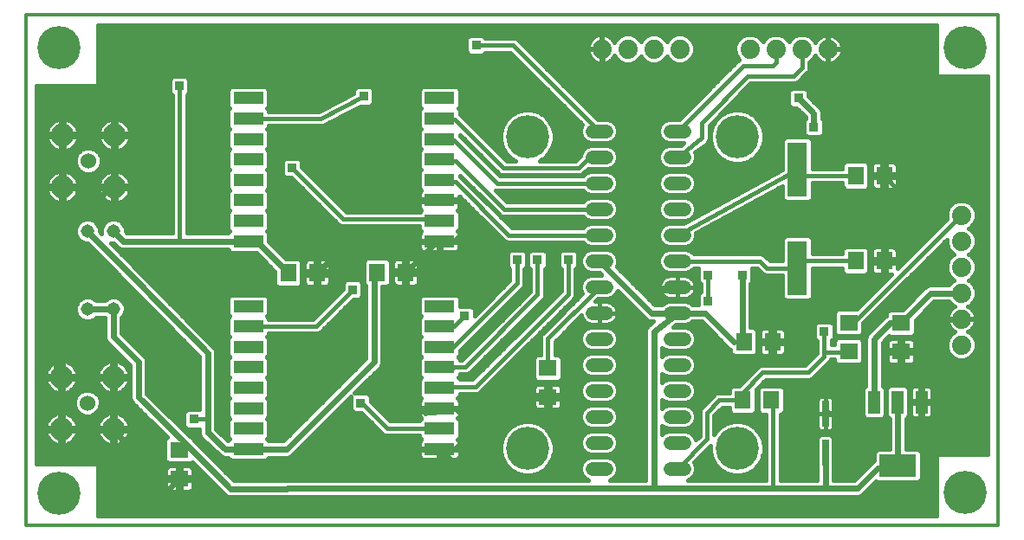
<source format=gtl>
G75*
%MOIN*%
%OFA0B0*%
%FSLAX24Y24*%
%IPPOS*%
%LPD*%
%AMOC8*
5,1,8,0,0,1.08239X$1,22.5*
%
%ADD10C,0.0120*%
%ADD11C,0.0520*%
%ADD12R,0.1181X0.0472*%
%ADD13R,0.0480X0.0880*%
%ADD14R,0.1417X0.0866*%
%ADD15R,0.0630X0.0709*%
%ADD16R,0.0760X0.2100*%
%ADD17R,0.0709X0.0630*%
%ADD18C,0.0600*%
%ADD19C,0.0886*%
%ADD20C,0.0740*%
%ADD21R,0.0256X0.1000*%
%ADD22C,0.1660*%
%ADD23C,0.0515*%
%ADD24C,0.0240*%
%ADD25C,0.0160*%
%ADD26R,0.0356X0.0356*%
D10*
X000160Y000160D02*
X037562Y000160D01*
X037562Y019845D01*
X000160Y019845D01*
X000160Y000160D01*
D11*
X021960Y002349D02*
X022480Y002349D01*
X022480Y003349D02*
X021960Y003349D01*
X021960Y004349D02*
X022480Y004349D01*
X022480Y005349D02*
X021960Y005349D01*
X021960Y006349D02*
X022480Y006349D01*
X022480Y007349D02*
X021960Y007349D01*
X021960Y008349D02*
X022480Y008349D01*
X022480Y009349D02*
X021960Y009349D01*
X021960Y010349D02*
X022480Y010349D01*
X022480Y011349D02*
X021960Y011349D01*
X021960Y012349D02*
X022480Y012349D01*
X022480Y013349D02*
X021960Y013349D01*
X021960Y014349D02*
X022480Y014349D01*
X022480Y015349D02*
X021960Y015349D01*
X024960Y015349D02*
X025480Y015349D01*
X025480Y014349D02*
X024960Y014349D01*
X024960Y013349D02*
X025480Y013349D01*
X025480Y012349D02*
X024960Y012349D01*
X024960Y011349D02*
X025480Y011349D01*
X025480Y010349D02*
X024960Y010349D01*
X024960Y009349D02*
X025480Y009349D01*
X025480Y008349D02*
X024960Y008349D01*
X024960Y007349D02*
X025480Y007349D01*
X025480Y006349D02*
X024960Y006349D01*
X024960Y005349D02*
X025480Y005349D01*
X025480Y004349D02*
X024960Y004349D01*
X024960Y003349D02*
X025480Y003349D01*
X025480Y002349D02*
X024960Y002349D01*
D12*
X016076Y003106D03*
X016076Y003893D03*
X016076Y004681D03*
X016076Y005468D03*
X016076Y006256D03*
X016076Y007043D03*
X016076Y007830D03*
X016076Y008618D03*
X016075Y011114D03*
X016075Y011902D03*
X016075Y012689D03*
X016075Y013477D03*
X016075Y014264D03*
X016075Y015051D03*
X016075Y015839D03*
X016075Y016626D03*
X008713Y016626D03*
X008713Y015839D03*
X008713Y015051D03*
X008713Y014264D03*
X008713Y013477D03*
X008713Y012689D03*
X008713Y011902D03*
X008713Y011114D03*
X008714Y008618D03*
X008714Y007830D03*
X008714Y007043D03*
X008714Y006256D03*
X008714Y005468D03*
X008714Y004681D03*
X008714Y003893D03*
X008714Y003106D03*
D13*
X032793Y004916D03*
X033703Y004916D03*
X034613Y004916D03*
D14*
X033703Y002475D03*
D15*
X028837Y004994D03*
X027735Y004994D03*
X027781Y007243D03*
X028884Y007243D03*
X032088Y010361D03*
X033191Y010361D03*
X033188Y013640D03*
X032086Y013640D03*
X014766Y009914D03*
X013664Y009914D03*
X011361Y009891D03*
X010259Y009891D03*
D16*
X029844Y010082D03*
X029844Y013882D03*
D17*
X031812Y007979D03*
X031812Y006877D03*
X033830Y006866D03*
X033830Y007968D03*
X020239Y006223D03*
X020239Y005121D03*
X006066Y003073D03*
X006066Y001971D03*
D18*
X002522Y004884D03*
X002557Y014205D03*
D19*
X003557Y013205D03*
X001557Y013205D03*
X001557Y015205D03*
X003557Y015205D03*
X003522Y005884D03*
X001522Y005884D03*
X001522Y003884D03*
X003522Y003884D03*
D20*
X022322Y018520D03*
X023322Y018520D03*
X024322Y018520D03*
X025322Y018520D03*
X028013Y018515D03*
X029013Y018515D03*
X030013Y018515D03*
X031013Y018515D03*
X036156Y012117D03*
X036156Y011117D03*
X036156Y010117D03*
X036156Y009117D03*
X036156Y008117D03*
X036156Y007117D03*
D21*
X030916Y004472D03*
X030916Y002955D03*
D22*
X027519Y003136D03*
X019451Y003136D03*
X036297Y001430D03*
X027519Y015141D03*
X019451Y015141D03*
X036297Y018580D03*
X001433Y018584D03*
X001439Y001420D03*
D23*
X002522Y008503D03*
X003522Y008503D03*
X003522Y011503D03*
X002522Y011503D03*
D24*
X007157Y006788D01*
X007157Y004270D01*
X007157Y003723D01*
X007844Y003106D01*
X008714Y003106D01*
X010193Y003106D01*
X013546Y006459D01*
X013546Y009796D01*
X014766Y009914D02*
X015967Y011114D01*
X016075Y011114D02*
X012585Y011114D01*
X011361Y009891D01*
X010259Y009891D02*
X009036Y011114D01*
X008713Y011114D02*
X006066Y011114D01*
X003910Y011114D01*
X003522Y011503D01*
X003557Y013205D02*
X001341Y011777D01*
X001341Y005672D01*
X001522Y005884D02*
X003522Y005884D01*
X003522Y003884D01*
X001522Y003884D01*
X003522Y003884D02*
X005537Y001615D01*
X006059Y001027D01*
X015508Y001027D01*
X016992Y002190D02*
X016076Y003106D01*
X016670Y003090D02*
X017040Y003460D01*
X017040Y004097D01*
X017040Y004340D01*
X016699Y004681D01*
X015514Y004491D02*
X014766Y005239D01*
X014766Y009914D01*
X016695Y011184D02*
X017089Y011577D01*
X017089Y012365D01*
X016765Y012689D01*
X022220Y010349D02*
X024220Y008349D01*
X025220Y008349D01*
X026281Y008349D01*
X027387Y007243D01*
X027719Y007247D02*
X027719Y008428D01*
X027720Y008429D02*
X027720Y009800D01*
X025220Y008349D02*
X024320Y007640D01*
X024320Y001600D01*
X028900Y001600D01*
X030920Y001600D01*
X030920Y002981D01*
X032230Y003700D02*
X031488Y004442D01*
X030916Y004472D01*
X032793Y004916D02*
X032793Y005628D01*
X032793Y007353D01*
X033400Y007960D01*
X033821Y007960D01*
X033830Y007968D02*
X034971Y009110D01*
X035630Y009110D01*
X036149Y009110D01*
X036156Y008117D02*
X035676Y008117D01*
X034412Y006853D01*
X033843Y006853D01*
X033830Y006866D02*
X033830Y006470D01*
X034580Y005720D01*
X034580Y004949D01*
X034600Y004550D02*
X034600Y003690D01*
X033703Y002475D02*
X033703Y004916D01*
X032930Y002380D02*
X032150Y001600D01*
X030920Y001600D01*
X024320Y001600D02*
X010220Y001600D01*
X010200Y001580D02*
X008030Y001580D01*
X006183Y003427D01*
X004491Y005119D01*
X004491Y006459D01*
X003522Y007428D01*
X003522Y008503D01*
X002522Y008503D01*
X001557Y013205D02*
X003557Y013205D01*
X003557Y015205D01*
X001557Y015205D01*
X022322Y017148D02*
X022322Y018520D01*
X022322Y017148D02*
X023080Y016390D01*
X023080Y014120D01*
X029880Y016630D02*
X030475Y016035D01*
X030475Y015514D01*
X006066Y001971D02*
X005710Y001615D01*
D25*
X005537Y001615D01*
X005531Y001632D02*
X005543Y001587D01*
X005567Y001546D01*
X005601Y001512D01*
X005642Y001488D01*
X005687Y001476D01*
X005988Y001476D01*
X005988Y001894D01*
X005531Y001894D01*
X005531Y001632D01*
X005543Y001587D02*
X002916Y001587D01*
X002916Y001745D02*
X005531Y001745D01*
X005988Y001745D02*
X006143Y001745D01*
X006143Y001894D02*
X005988Y001894D01*
X005988Y002049D01*
X005988Y002466D01*
X005687Y002466D01*
X005642Y002454D01*
X005601Y002430D01*
X005567Y002397D01*
X005543Y002355D01*
X005531Y002310D01*
X005531Y002049D01*
X005988Y002049D01*
X006143Y002049D01*
X006143Y002466D01*
X006444Y002466D01*
X006489Y002454D01*
X006530Y002430D01*
X006564Y002397D01*
X006588Y002355D01*
X006600Y002310D01*
X006600Y002049D01*
X006143Y002049D01*
X006143Y001894D01*
X006600Y001894D01*
X006600Y001632D01*
X006588Y001587D01*
X006564Y001546D01*
X006530Y001512D01*
X006489Y001488D01*
X006444Y001476D01*
X006143Y001476D01*
X006143Y001894D01*
X006143Y001904D02*
X007254Y001904D01*
X007095Y002062D02*
X006600Y002062D01*
X006600Y002221D02*
X006937Y002221D01*
X006778Y002379D02*
X006574Y002379D01*
X006620Y002538D02*
X000554Y002538D01*
X000554Y002522D02*
X000554Y017089D01*
X002916Y017089D01*
X002916Y019451D01*
X035199Y019451D01*
X035199Y017483D01*
X037168Y017483D01*
X037168Y002916D01*
X035199Y002916D01*
X035199Y000554D01*
X002916Y000554D01*
X002916Y002522D01*
X000554Y002522D01*
X000554Y002696D02*
X005511Y002696D01*
X005511Y002676D02*
X005628Y002558D01*
X006503Y002558D01*
X006551Y002607D01*
X007759Y001399D01*
X007759Y001399D01*
X007849Y001309D01*
X007966Y001260D01*
X010263Y001260D01*
X010311Y001280D01*
X032214Y001280D01*
X032331Y001329D01*
X032878Y001876D01*
X032912Y001842D01*
X034495Y001842D01*
X034612Y001959D01*
X034612Y002991D01*
X034495Y003108D01*
X034023Y003108D01*
X034023Y004276D01*
X034026Y004276D01*
X034143Y004393D01*
X034143Y005438D01*
X034026Y005555D01*
X033381Y005555D01*
X033263Y005438D01*
X033263Y004393D01*
X033381Y004276D01*
X033383Y004276D01*
X033383Y003108D01*
X032912Y003108D01*
X032795Y002991D01*
X032795Y002670D01*
X032749Y002651D01*
X032017Y001920D01*
X031240Y001920D01*
X031240Y002368D01*
X031244Y002372D01*
X031244Y003538D01*
X031127Y003655D01*
X030705Y003655D01*
X030588Y003538D01*
X030588Y002372D01*
X030600Y002361D01*
X030600Y001920D01*
X029180Y001920D01*
X029180Y004439D01*
X029235Y004439D01*
X029352Y004557D01*
X029352Y005431D01*
X029235Y005548D01*
X028439Y005548D01*
X028322Y005431D01*
X028322Y004557D01*
X028439Y004439D01*
X028620Y004439D01*
X028620Y001920D01*
X025645Y001920D01*
X025740Y001959D01*
X025870Y002089D01*
X025940Y002258D01*
X025940Y002441D01*
X025872Y002605D01*
X026489Y003223D01*
X026489Y003000D01*
X026559Y002738D01*
X026695Y002504D01*
X026887Y002312D01*
X027122Y002176D01*
X027383Y002106D01*
X027655Y002106D01*
X027917Y002176D01*
X028151Y002312D01*
X028343Y002504D01*
X028479Y002738D01*
X028549Y003000D01*
X028549Y003271D01*
X028479Y003533D01*
X028343Y003768D01*
X028151Y003960D01*
X027917Y004096D01*
X027655Y004166D01*
X027383Y004166D01*
X027122Y004096D01*
X026887Y003960D01*
X026695Y003768D01*
X026640Y003673D01*
X026640Y004404D01*
X026950Y004714D01*
X027220Y004714D01*
X027220Y004557D01*
X027337Y004439D01*
X028132Y004439D01*
X028250Y004557D01*
X028250Y005413D01*
X028622Y005786D01*
X030317Y005786D01*
X030420Y005828D01*
X031106Y006514D01*
X031130Y006573D01*
X031258Y006573D01*
X031258Y006479D01*
X031375Y006362D01*
X032249Y006362D01*
X032366Y006479D01*
X032366Y007275D01*
X032249Y007392D01*
X031375Y007392D01*
X031258Y007275D01*
X031258Y007133D01*
X031149Y007133D01*
X031149Y007281D01*
X031247Y007379D01*
X031247Y007901D01*
X031130Y008018D01*
X030608Y008018D01*
X030491Y007901D01*
X030491Y007379D01*
X030589Y007281D01*
X030589Y006789D01*
X030145Y006346D01*
X028451Y006346D01*
X028348Y006303D01*
X027593Y005548D01*
X027337Y005548D01*
X027220Y005431D01*
X027220Y005274D01*
X026778Y005274D01*
X026675Y005231D01*
X026596Y005152D01*
X026123Y004679D01*
X026080Y004576D01*
X026080Y003606D01*
X025932Y003458D01*
X025870Y003610D01*
X025740Y003739D01*
X025571Y003809D01*
X024868Y003809D01*
X024699Y003739D01*
X024640Y003680D01*
X024640Y004018D01*
X024699Y003959D01*
X024868Y003889D01*
X025571Y003889D01*
X025740Y003959D01*
X025870Y004089D01*
X025940Y004258D01*
X025940Y004441D01*
X025870Y004610D01*
X025740Y004739D01*
X025571Y004809D01*
X024868Y004809D01*
X024699Y004739D01*
X024640Y004680D01*
X024640Y005018D01*
X024699Y004959D01*
X024868Y004889D01*
X025571Y004889D01*
X025740Y004959D01*
X025870Y005089D01*
X025940Y005258D01*
X025940Y005441D01*
X025870Y005610D01*
X025740Y005739D01*
X025571Y005809D01*
X024868Y005809D01*
X024699Y005739D01*
X024640Y005680D01*
X024640Y006018D01*
X024699Y005959D01*
X024868Y005889D01*
X025571Y005889D01*
X025740Y005959D01*
X025870Y006089D01*
X025940Y006258D01*
X025940Y006441D01*
X025870Y006610D01*
X025740Y006739D01*
X025571Y006809D01*
X024868Y006809D01*
X024699Y006739D01*
X024640Y006680D01*
X024640Y007018D01*
X024699Y006959D01*
X024868Y006889D01*
X025571Y006889D01*
X025740Y006959D01*
X025870Y007089D01*
X025940Y007258D01*
X025940Y007441D01*
X025870Y007610D01*
X025740Y007739D01*
X025571Y007809D01*
X025052Y007809D01*
X025153Y007889D01*
X025571Y007889D01*
X025740Y007959D01*
X025810Y008029D01*
X026149Y008029D01*
X027206Y006972D01*
X027266Y006947D01*
X027266Y006806D01*
X027383Y006689D01*
X028179Y006689D01*
X028296Y006806D01*
X028296Y007680D01*
X028179Y007797D01*
X028039Y007797D01*
X028039Y008363D01*
X028040Y008365D01*
X028040Y009481D01*
X028098Y009539D01*
X028098Y010061D01*
X028089Y010070D01*
X028294Y010070D01*
X028441Y009923D01*
X028520Y009844D01*
X028623Y009802D01*
X029264Y009802D01*
X029264Y008949D01*
X029381Y008832D01*
X030307Y008832D01*
X030424Y008949D01*
X030424Y010081D01*
X031573Y010081D01*
X031573Y009924D01*
X031691Y009806D01*
X032486Y009806D01*
X032603Y009924D01*
X032603Y010798D01*
X032486Y010915D01*
X031691Y010915D01*
X031573Y010798D01*
X031573Y010641D01*
X030424Y010641D01*
X030424Y011214D01*
X030307Y011332D01*
X029381Y011332D01*
X029264Y011214D01*
X029264Y010362D01*
X028794Y010362D01*
X028569Y010587D01*
X028466Y010630D01*
X025849Y010630D01*
X025740Y010739D01*
X025571Y010809D01*
X024868Y010809D01*
X024699Y010739D01*
X024570Y010610D01*
X024500Y010441D01*
X024500Y010258D01*
X024570Y010089D01*
X024699Y009959D01*
X024868Y009889D01*
X025571Y009889D01*
X025740Y009959D01*
X025851Y010070D01*
X026022Y010070D01*
X026022Y009559D01*
X026120Y009461D01*
X026120Y009166D01*
X026026Y009072D01*
X026026Y008669D01*
X025810Y008669D01*
X025740Y008739D01*
X025571Y008809D01*
X024868Y008809D01*
X024699Y008739D01*
X024629Y008669D01*
X024352Y008669D01*
X022888Y010133D01*
X022940Y010258D01*
X022940Y010441D01*
X022870Y010610D01*
X022740Y010739D01*
X022571Y010809D01*
X021868Y010809D01*
X021699Y010739D01*
X021570Y010610D01*
X021500Y010441D01*
X021500Y010258D01*
X021570Y010089D01*
X021699Y009959D01*
X021868Y009889D01*
X022227Y009889D01*
X022307Y009809D01*
X021868Y009809D01*
X021699Y009739D01*
X021570Y009610D01*
X021500Y009441D01*
X021500Y009258D01*
X021568Y009093D01*
X020080Y007606D01*
X020001Y007527D01*
X019959Y007424D01*
X019959Y006738D01*
X019802Y006738D01*
X019684Y006621D01*
X019684Y005825D01*
X019802Y005708D01*
X020676Y005708D01*
X020793Y005825D01*
X020793Y006621D01*
X020676Y006738D01*
X020519Y006738D01*
X020519Y007252D01*
X021528Y008262D01*
X021530Y008246D01*
X021552Y008180D01*
X021583Y008119D01*
X021624Y008063D01*
X021673Y008014D01*
X021729Y007973D01*
X021791Y007942D01*
X021857Y007920D01*
X021925Y007909D01*
X022220Y007909D01*
X022514Y007909D01*
X022583Y007920D01*
X022649Y007942D01*
X022710Y007973D01*
X022766Y008014D01*
X022815Y008063D01*
X022856Y008119D01*
X022887Y008180D01*
X022909Y008246D01*
X022920Y008315D01*
X022920Y008349D01*
X022220Y008349D01*
X022220Y008349D01*
X022220Y007909D01*
X022220Y008349D01*
X022220Y008349D01*
X022920Y008349D01*
X022920Y008384D01*
X022909Y008452D01*
X022887Y008518D01*
X022856Y008580D01*
X022815Y008636D01*
X022766Y008685D01*
X022710Y008726D01*
X022649Y008757D01*
X022583Y008778D01*
X022514Y008789D01*
X022220Y008789D01*
X022220Y008349D01*
X023251Y008349D01*
X023270Y008330D01*
X022917Y008402D02*
X023714Y008402D01*
X023556Y008561D02*
X022866Y008561D01*
X022719Y008719D02*
X023397Y008719D01*
X023239Y008878D02*
X022144Y008878D01*
X022156Y008889D02*
X022571Y008889D01*
X022740Y008959D01*
X022870Y009089D01*
X022916Y009200D01*
X023948Y008168D01*
X024038Y008078D01*
X024156Y008029D01*
X024297Y008029D01*
X024157Y007918D01*
X024139Y007911D01*
X024107Y007879D01*
X024072Y007852D01*
X024062Y007835D01*
X024049Y007821D01*
X024032Y007780D01*
X024010Y007740D01*
X024007Y007721D01*
X024000Y007703D01*
X024000Y007659D01*
X023995Y007614D01*
X024000Y007595D01*
X024000Y001920D01*
X022645Y001920D01*
X022740Y001959D01*
X022870Y002089D01*
X022940Y002258D01*
X022940Y002441D01*
X022870Y002610D01*
X022740Y002739D01*
X022571Y002809D01*
X021868Y002809D01*
X021699Y002739D01*
X021570Y002610D01*
X021500Y002441D01*
X021500Y002258D01*
X021570Y002089D01*
X021699Y001959D01*
X021794Y001920D01*
X010156Y001920D01*
X010108Y001900D01*
X008163Y001900D01*
X006620Y003443D01*
X006620Y003471D01*
X006503Y003588D01*
X006474Y003588D01*
X006454Y003608D01*
X004811Y005252D01*
X004811Y006523D01*
X004762Y006640D01*
X003842Y007560D01*
X003842Y008176D01*
X003910Y008243D01*
X003980Y008412D01*
X003980Y008594D01*
X003910Y008762D01*
X003781Y008890D01*
X003613Y008960D01*
X003431Y008960D01*
X003263Y008890D01*
X003195Y008823D01*
X002849Y008823D01*
X002781Y008890D01*
X002613Y008960D01*
X002431Y008960D01*
X002263Y008890D01*
X002134Y008762D01*
X002065Y008594D01*
X002065Y008412D01*
X002134Y008243D01*
X002263Y008115D01*
X002431Y008045D01*
X002613Y008045D01*
X002781Y008115D01*
X002849Y008183D01*
X003195Y008183D01*
X003202Y008176D01*
X003202Y007364D01*
X003251Y007246D01*
X003341Y007156D01*
X004171Y006327D01*
X004171Y005056D01*
X004219Y004938D01*
X004309Y004848D01*
X004309Y004848D01*
X005599Y003559D01*
X005511Y003471D01*
X005511Y002676D01*
X005511Y002855D02*
X000554Y002855D01*
X000554Y003013D02*
X005511Y003013D01*
X005511Y003172D02*
X000554Y003172D01*
X000554Y003330D02*
X001238Y003330D01*
X001196Y003352D02*
X001283Y003307D01*
X001376Y003277D01*
X001455Y003264D01*
X001455Y003817D01*
X001590Y003817D01*
X001590Y003952D01*
X002142Y003952D01*
X002130Y004030D01*
X002099Y004124D01*
X002055Y004211D01*
X001997Y004290D01*
X001928Y004360D01*
X001849Y004417D01*
X001761Y004462D01*
X001668Y004492D01*
X001590Y004504D01*
X001590Y003952D01*
X001455Y003952D01*
X001455Y004504D01*
X001376Y004492D01*
X001283Y004462D01*
X001196Y004417D01*
X001116Y004360D01*
X001047Y004290D01*
X000989Y004211D01*
X000945Y004124D01*
X000915Y004030D01*
X000902Y003952D01*
X001455Y003952D01*
X001455Y003817D01*
X000902Y003817D01*
X000915Y003739D01*
X000945Y003645D01*
X000989Y003558D01*
X001047Y003479D01*
X001116Y003409D01*
X001196Y003352D01*
X001040Y003489D02*
X000554Y003489D01*
X000554Y003647D02*
X000944Y003647D01*
X000904Y003806D02*
X000554Y003806D01*
X000554Y003964D02*
X000904Y003964D01*
X000945Y004123D02*
X000554Y004123D01*
X000554Y004281D02*
X001040Y004281D01*
X001240Y004440D02*
X000554Y004440D01*
X000554Y004598D02*
X002101Y004598D01*
X002098Y004601D02*
X002239Y004461D01*
X002423Y004384D01*
X002622Y004384D01*
X002805Y004461D01*
X002946Y004601D01*
X003022Y004785D01*
X003022Y004984D01*
X002946Y005168D01*
X002805Y005308D01*
X002622Y005384D01*
X002423Y005384D01*
X002239Y005308D01*
X002098Y005168D01*
X002022Y004984D01*
X002022Y004785D01*
X002098Y004601D01*
X002034Y004757D02*
X000554Y004757D01*
X000554Y004915D02*
X002022Y004915D01*
X002059Y005074D02*
X000554Y005074D01*
X000554Y005232D02*
X002163Y005232D01*
X001928Y005409D02*
X001997Y005479D01*
X002055Y005558D01*
X002099Y005645D01*
X002130Y005739D01*
X002142Y005817D01*
X001590Y005817D01*
X001590Y005952D01*
X002142Y005952D01*
X002130Y006030D01*
X002099Y006124D01*
X002055Y006211D01*
X001997Y006290D01*
X001928Y006360D01*
X001849Y006417D01*
X001761Y006462D01*
X001668Y006492D01*
X001590Y006504D01*
X001590Y005952D01*
X001455Y005952D01*
X001455Y006504D01*
X001376Y006492D01*
X001283Y006462D01*
X001196Y006417D01*
X001116Y006360D01*
X001047Y006290D01*
X000989Y006211D01*
X000945Y006124D01*
X000915Y006030D01*
X000902Y005952D01*
X001455Y005952D01*
X001455Y005817D01*
X001590Y005817D01*
X001590Y005264D01*
X001668Y005277D01*
X001761Y005307D01*
X001849Y005352D01*
X001928Y005409D01*
X001902Y005391D02*
X003142Y005391D01*
X003116Y005409D02*
X003196Y005352D01*
X003283Y005307D01*
X003376Y005277D01*
X003455Y005264D01*
X003455Y005817D01*
X003590Y005817D01*
X003590Y005952D01*
X004142Y005952D01*
X004130Y006030D01*
X004099Y006124D01*
X004055Y006211D01*
X003997Y006290D01*
X003928Y006360D01*
X003849Y006417D01*
X003761Y006462D01*
X003668Y006492D01*
X003590Y006504D01*
X003590Y005952D01*
X003455Y005952D01*
X003455Y006504D01*
X003376Y006492D01*
X003283Y006462D01*
X003196Y006417D01*
X003116Y006360D01*
X003047Y006290D01*
X002989Y006211D01*
X002945Y006124D01*
X002915Y006030D01*
X002902Y005952D01*
X003455Y005952D01*
X003455Y005817D01*
X002902Y005817D01*
X002915Y005739D01*
X002945Y005645D01*
X002989Y005558D01*
X003047Y005479D01*
X003116Y005409D01*
X002996Y005549D02*
X002048Y005549D01*
X002120Y005708D02*
X002925Y005708D01*
X002914Y006025D02*
X002131Y006025D01*
X002069Y006183D02*
X002975Y006183D01*
X003098Y006342D02*
X001946Y006342D01*
X001590Y006342D02*
X001455Y006342D01*
X001455Y006500D02*
X001590Y006500D01*
X001617Y006500D02*
X003427Y006500D01*
X003455Y006500D02*
X003590Y006500D01*
X003617Y006500D02*
X003997Y006500D01*
X003946Y006342D02*
X004156Y006342D01*
X004171Y006183D02*
X004069Y006183D01*
X004131Y006025D02*
X004171Y006025D01*
X004171Y005866D02*
X003590Y005866D01*
X003590Y005817D02*
X004142Y005817D01*
X004130Y005739D01*
X004099Y005645D01*
X004055Y005558D01*
X003997Y005479D01*
X003928Y005409D01*
X003849Y005352D01*
X003761Y005307D01*
X003668Y005277D01*
X003590Y005264D01*
X003590Y005817D01*
X003522Y005884D02*
X003557Y005919D01*
X003590Y006025D02*
X003455Y006025D01*
X003455Y006183D02*
X003590Y006183D01*
X003590Y006342D02*
X003455Y006342D01*
X003455Y005866D02*
X001590Y005866D01*
X001522Y005853D02*
X001522Y005884D01*
X001522Y005853D02*
X001341Y005672D01*
X001455Y005708D02*
X001590Y005708D01*
X001590Y005549D02*
X001455Y005549D01*
X001455Y005391D02*
X001590Y005391D01*
X001455Y005264D02*
X001455Y005817D01*
X000902Y005817D01*
X000915Y005739D01*
X000945Y005645D01*
X000989Y005558D01*
X001047Y005479D01*
X001116Y005409D01*
X001196Y005352D01*
X001283Y005307D01*
X001376Y005277D01*
X001455Y005264D01*
X001142Y005391D02*
X000554Y005391D01*
X000554Y005549D02*
X000996Y005549D01*
X000925Y005708D02*
X000554Y005708D01*
X000554Y005866D02*
X001455Y005866D01*
X001455Y006025D02*
X001590Y006025D01*
X001590Y006183D02*
X001455Y006183D01*
X001098Y006342D02*
X000554Y006342D01*
X000554Y006500D02*
X001427Y006500D01*
X000975Y006183D02*
X000554Y006183D01*
X000554Y006025D02*
X000914Y006025D01*
X000554Y006659D02*
X003839Y006659D01*
X003680Y006817D02*
X000554Y006817D01*
X000554Y006976D02*
X003522Y006976D01*
X003363Y007134D02*
X000554Y007134D01*
X000554Y007293D02*
X003232Y007293D01*
X003202Y007451D02*
X000554Y007451D01*
X000554Y007610D02*
X003202Y007610D01*
X003202Y007768D02*
X000554Y007768D01*
X000554Y007927D02*
X003202Y007927D01*
X003202Y008085D02*
X002710Y008085D01*
X002335Y008085D02*
X000554Y008085D01*
X000554Y008244D02*
X002134Y008244D01*
X002069Y008402D02*
X000554Y008402D01*
X000554Y008561D02*
X002065Y008561D01*
X002117Y008719D02*
X000554Y008719D01*
X000554Y008878D02*
X002250Y008878D01*
X002794Y008878D02*
X003250Y008878D01*
X003794Y008878D02*
X004654Y008878D01*
X004498Y009036D02*
X000554Y009036D01*
X000554Y009195D02*
X004342Y009195D01*
X004187Y009353D02*
X000554Y009353D01*
X000554Y009512D02*
X004031Y009512D01*
X003875Y009670D02*
X000554Y009670D01*
X000554Y009829D02*
X003719Y009829D01*
X003563Y009987D02*
X000554Y009987D01*
X000554Y010146D02*
X003407Y010146D01*
X003252Y010304D02*
X000554Y010304D01*
X000554Y010463D02*
X003096Y010463D01*
X002940Y010621D02*
X000554Y010621D01*
X000554Y010780D02*
X002784Y010780D01*
X002628Y010938D02*
X000554Y010938D01*
X000554Y011097D02*
X002307Y011097D01*
X002263Y011115D02*
X002431Y011045D01*
X002523Y011045D01*
X006837Y006657D01*
X006837Y004638D01*
X006359Y004638D01*
X006242Y004521D01*
X006242Y003999D01*
X006359Y003882D01*
X006837Y003882D01*
X006837Y003778D01*
X006834Y003770D01*
X006837Y003715D01*
X006837Y003660D01*
X006840Y003651D01*
X006840Y003643D01*
X006864Y003593D01*
X006885Y003542D01*
X006892Y003536D01*
X006895Y003528D01*
X006936Y003491D01*
X006975Y003452D01*
X006984Y003449D01*
X007624Y002874D01*
X007663Y002835D01*
X007671Y002831D01*
X007678Y002825D01*
X007729Y002807D01*
X007780Y002786D01*
X007789Y002786D01*
X007798Y002783D01*
X007853Y002786D01*
X007924Y002786D01*
X008040Y002670D01*
X009387Y002670D01*
X009503Y002786D01*
X010256Y002786D01*
X010374Y002835D01*
X010464Y002925D01*
X012662Y005123D01*
X012662Y004619D01*
X012779Y004502D01*
X013072Y004502D01*
X013901Y003673D01*
X014004Y003630D01*
X015285Y003630D01*
X015285Y003574D01*
X015374Y003485D01*
X015341Y003453D01*
X015318Y003412D01*
X015305Y003366D01*
X015305Y003144D01*
X016038Y003144D01*
X016038Y003068D01*
X016114Y003068D01*
X016114Y003144D01*
X016846Y003144D01*
X016846Y003366D01*
X016834Y003412D01*
X016810Y003453D01*
X016778Y003485D01*
X016866Y003574D01*
X016866Y004212D01*
X016778Y004301D01*
X016810Y004334D01*
X016834Y004375D01*
X016846Y004421D01*
X016846Y004643D01*
X016114Y004643D01*
X016114Y004719D01*
X016846Y004719D01*
X016846Y004941D01*
X016834Y004986D01*
X016810Y005027D01*
X016778Y005060D01*
X016866Y005149D01*
X016866Y005230D01*
X017506Y005230D01*
X017609Y005273D01*
X021185Y008849D01*
X021264Y008928D01*
X021306Y009030D01*
X021306Y010037D01*
X021404Y010135D01*
X021404Y010657D01*
X021287Y010774D01*
X020765Y010774D01*
X020648Y010657D01*
X020648Y010135D01*
X020746Y010037D01*
X020746Y009202D01*
X017334Y005790D01*
X016864Y005790D01*
X016792Y005862D01*
X016866Y005936D01*
X016866Y005990D01*
X017116Y005990D01*
X017219Y006033D01*
X020004Y008818D01*
X020082Y008896D01*
X020125Y008999D01*
X020125Y010037D01*
X020223Y010135D01*
X020223Y010657D01*
X020106Y010774D01*
X019584Y010774D01*
X019467Y010657D01*
X019467Y010135D01*
X019565Y010037D01*
X019565Y009171D01*
X016944Y006550D01*
X016866Y006550D01*
X016866Y006575D01*
X016792Y006649D01*
X016866Y006724D01*
X016866Y006910D01*
X019216Y009260D01*
X019295Y009339D01*
X019338Y009442D01*
X019338Y010037D01*
X019436Y010135D01*
X019436Y010657D01*
X019319Y010774D01*
X018797Y010774D01*
X018680Y010657D01*
X018680Y010135D01*
X018778Y010037D01*
X018778Y009614D01*
X017418Y008254D01*
X017418Y008491D01*
X017301Y008608D01*
X016866Y008608D01*
X016866Y008937D01*
X016749Y009054D01*
X015402Y009054D01*
X015285Y008937D01*
X015285Y008299D01*
X015360Y008224D01*
X015285Y008149D01*
X015285Y007511D01*
X015360Y007437D01*
X015285Y007362D01*
X015285Y006724D01*
X015360Y006649D01*
X015285Y006575D01*
X015285Y005936D01*
X015360Y005862D01*
X015285Y005787D01*
X015285Y005149D01*
X015374Y005060D01*
X015341Y005027D01*
X015318Y004986D01*
X015305Y004941D01*
X015305Y004719D01*
X016038Y004719D01*
X016038Y004643D01*
X015305Y004643D01*
X015305Y004421D01*
X015318Y004375D01*
X015341Y004334D01*
X015374Y004301D01*
X015285Y004212D01*
X015285Y004190D01*
X014176Y004190D01*
X013418Y004948D01*
X013418Y005141D01*
X013301Y005258D01*
X012797Y005258D01*
X013817Y006278D01*
X013866Y006396D01*
X013866Y009360D01*
X014062Y009360D01*
X014179Y009477D01*
X014179Y010352D01*
X014062Y010469D01*
X013266Y010469D01*
X013149Y010352D01*
X013149Y009477D01*
X013226Y009401D01*
X013226Y006592D01*
X010060Y003426D01*
X009503Y003426D01*
X009430Y003500D01*
X009504Y003574D01*
X009504Y004212D01*
X009430Y004287D01*
X009504Y004362D01*
X009504Y005000D01*
X009430Y005074D01*
X009504Y005149D01*
X009504Y005787D01*
X009430Y005862D01*
X009504Y005936D01*
X009504Y006575D01*
X009430Y006649D01*
X009504Y006724D01*
X009504Y007362D01*
X009430Y007437D01*
X009504Y007511D01*
X009504Y007560D01*
X011376Y007560D01*
X011479Y007603D01*
X011557Y007681D01*
X012748Y008872D01*
X012991Y008872D01*
X013108Y008989D01*
X013108Y009511D01*
X012991Y009628D01*
X012469Y009628D01*
X012352Y009511D01*
X012352Y009268D01*
X011204Y008120D01*
X009504Y008120D01*
X009504Y008149D01*
X009430Y008224D01*
X009504Y008299D01*
X009504Y008937D01*
X009387Y009054D01*
X008040Y009054D01*
X007923Y008937D01*
X007923Y008299D01*
X007998Y008224D01*
X007923Y008149D01*
X007923Y007511D01*
X007998Y007437D01*
X007923Y007362D01*
X007923Y006724D01*
X007998Y006649D01*
X007923Y006575D01*
X007923Y005936D01*
X007998Y005862D01*
X007923Y005787D01*
X007923Y005149D01*
X007998Y005074D01*
X007923Y005000D01*
X007923Y004362D01*
X007998Y004287D01*
X007923Y004212D01*
X007923Y003574D01*
X007998Y003500D01*
X007944Y003446D01*
X007477Y003866D01*
X007477Y006787D01*
X007477Y006849D01*
X007477Y006850D01*
X007477Y006852D01*
X007453Y006909D01*
X007429Y006967D01*
X007428Y006968D01*
X007428Y006969D01*
X007384Y007013D01*
X003413Y011052D01*
X003431Y011045D01*
X003527Y011045D01*
X003639Y010933D01*
X003729Y010843D01*
X003847Y010794D01*
X007923Y010794D01*
X008039Y010678D01*
X009019Y010678D01*
X009744Y009954D01*
X009744Y009454D01*
X009861Y009337D01*
X010657Y009337D01*
X010774Y009454D01*
X010774Y010328D01*
X010657Y010446D01*
X010157Y010446D01*
X009503Y011099D01*
X009503Y011434D01*
X009429Y011508D01*
X009503Y011583D01*
X009503Y012221D01*
X009429Y012296D01*
X009503Y012370D01*
X009503Y013008D01*
X009429Y013083D01*
X009503Y013158D01*
X009503Y013796D01*
X009429Y013870D01*
X009503Y013945D01*
X009503Y014583D01*
X009429Y014658D01*
X009503Y014732D01*
X009503Y015371D01*
X009429Y015445D01*
X009503Y015520D01*
X009503Y015559D01*
X011465Y015559D01*
X011477Y015555D01*
X011520Y015559D01*
X011564Y015559D01*
X011576Y015564D01*
X011588Y015565D01*
X011627Y015585D01*
X011667Y015602D01*
X011676Y015610D01*
X013032Y016317D01*
X013413Y016317D01*
X013530Y016434D01*
X013530Y016956D01*
X013413Y017074D01*
X012891Y017074D01*
X012774Y016956D01*
X012774Y016814D01*
X011440Y016119D01*
X009503Y016119D01*
X009503Y016158D01*
X009429Y016233D01*
X009503Y016307D01*
X009503Y016945D01*
X009386Y017063D01*
X008039Y017063D01*
X007922Y016945D01*
X007922Y016307D01*
X007997Y016233D01*
X007922Y016158D01*
X007922Y015520D01*
X007997Y015445D01*
X007922Y015371D01*
X007922Y014732D01*
X007997Y014658D01*
X007922Y014583D01*
X007922Y013945D01*
X007997Y013870D01*
X007922Y013796D01*
X007922Y013158D01*
X007997Y013083D01*
X007922Y013008D01*
X007922Y012370D01*
X007997Y012296D01*
X007922Y012221D01*
X007922Y011583D01*
X007997Y011508D01*
X007923Y011434D01*
X006346Y011434D01*
X006346Y016730D01*
X006444Y016828D01*
X006444Y017350D01*
X006326Y017467D01*
X005805Y017467D01*
X005687Y017350D01*
X005687Y016828D01*
X005786Y016730D01*
X005786Y011434D01*
X004043Y011434D01*
X003980Y011498D01*
X003980Y011594D01*
X003910Y011762D01*
X003781Y011890D01*
X003613Y011960D01*
X003431Y011960D01*
X003263Y011890D01*
X003134Y011762D01*
X003065Y011594D01*
X003065Y011412D01*
X003068Y011404D01*
X002980Y011494D01*
X002980Y011594D01*
X002910Y011762D01*
X002781Y011890D01*
X002613Y011960D01*
X002431Y011960D01*
X002263Y011890D01*
X002134Y011762D01*
X002065Y011594D01*
X002065Y011412D01*
X002134Y011243D01*
X002263Y011115D01*
X002130Y011255D02*
X000554Y011255D01*
X000554Y011414D02*
X002065Y011414D01*
X002065Y011572D02*
X000554Y011572D01*
X000554Y011731D02*
X002121Y011731D01*
X002262Y011889D02*
X000554Y011889D01*
X000554Y012048D02*
X005786Y012048D01*
X005786Y012206D02*
X000554Y012206D01*
X000554Y012365D02*
X005786Y012365D01*
X005786Y012523D02*
X000554Y012523D01*
X000554Y012682D02*
X001218Y012682D01*
X001230Y012672D02*
X001318Y012628D01*
X001411Y012598D01*
X001489Y012585D01*
X001489Y013137D01*
X001624Y013137D01*
X001624Y012585D01*
X001703Y012598D01*
X001796Y012628D01*
X001883Y012672D01*
X001963Y012730D01*
X002032Y012799D01*
X002090Y012879D01*
X002134Y012966D01*
X002164Y013059D01*
X002177Y013137D01*
X001624Y013137D01*
X001624Y013273D01*
X001489Y013273D01*
X001489Y013825D01*
X001411Y013813D01*
X001318Y013782D01*
X001230Y013738D01*
X001151Y013680D01*
X001082Y013611D01*
X001024Y013532D01*
X000980Y013444D01*
X000949Y013351D01*
X000937Y013273D01*
X001489Y013273D01*
X001489Y013137D01*
X000937Y013137D01*
X000949Y013059D01*
X000980Y012966D01*
X001024Y012879D01*
X001082Y012799D01*
X001151Y012730D01*
X001230Y012672D01*
X001052Y012840D02*
X000554Y012840D01*
X000554Y012999D02*
X000969Y012999D01*
X000554Y013157D02*
X001489Y013157D01*
X001624Y013157D02*
X003489Y013157D01*
X003489Y013137D02*
X002937Y013137D01*
X002949Y013059D01*
X002980Y012966D01*
X003024Y012879D01*
X003082Y012799D01*
X003151Y012730D01*
X003230Y012672D01*
X003318Y012628D01*
X003411Y012598D01*
X003489Y012585D01*
X003489Y013137D01*
X003624Y013137D01*
X003624Y012585D01*
X003703Y012598D01*
X003796Y012628D01*
X003883Y012672D01*
X003963Y012730D01*
X004032Y012799D01*
X004090Y012879D01*
X004134Y012966D01*
X004164Y013059D01*
X004177Y013137D01*
X003624Y013137D01*
X003624Y013273D01*
X003489Y013273D01*
X003489Y013825D01*
X003411Y013813D01*
X003318Y013782D01*
X003230Y013738D01*
X003151Y013680D01*
X003082Y013611D01*
X003024Y013532D01*
X002980Y013444D01*
X002949Y013351D01*
X002937Y013273D01*
X003489Y013273D01*
X003489Y013137D01*
X003624Y013157D02*
X005786Y013157D01*
X005786Y012999D02*
X004145Y012999D01*
X004062Y012840D02*
X005786Y012840D01*
X005786Y012682D02*
X003896Y012682D01*
X003624Y012682D02*
X003489Y012682D01*
X003489Y012840D02*
X003624Y012840D01*
X003624Y012999D02*
X003489Y012999D01*
X003218Y012682D02*
X001896Y012682D01*
X002062Y012840D02*
X003052Y012840D01*
X002969Y012999D02*
X002145Y012999D01*
X001624Y012999D02*
X001489Y012999D01*
X001489Y012840D02*
X001624Y012840D01*
X001624Y012682D02*
X001489Y012682D01*
X001624Y013273D02*
X002177Y013273D01*
X002164Y013351D01*
X002134Y013444D01*
X002090Y013532D01*
X002032Y013611D01*
X001963Y013680D01*
X001883Y013738D01*
X001796Y013782D01*
X001703Y013813D01*
X001624Y013825D01*
X001624Y013273D01*
X001624Y013316D02*
X001489Y013316D01*
X001489Y013474D02*
X001624Y013474D01*
X001624Y013633D02*
X001489Y013633D01*
X001489Y013791D02*
X001624Y013791D01*
X001769Y013791D02*
X002264Y013791D01*
X002274Y013781D02*
X002457Y013705D01*
X002656Y013705D01*
X002840Y013781D01*
X002981Y013922D01*
X003057Y014106D01*
X003057Y014305D01*
X002981Y014488D01*
X002840Y014629D01*
X002656Y014705D01*
X002457Y014705D01*
X002274Y014629D01*
X002133Y014488D01*
X002057Y014305D01*
X002057Y014106D01*
X002133Y013922D01*
X002274Y013781D01*
X002122Y013950D02*
X000554Y013950D01*
X000554Y014108D02*
X002057Y014108D01*
X002057Y014267D02*
X000554Y014267D01*
X000554Y014425D02*
X002107Y014425D01*
X002228Y014584D02*
X000554Y014584D01*
X000554Y014742D02*
X001139Y014742D01*
X001151Y014730D02*
X001230Y014672D01*
X001318Y014628D01*
X001411Y014598D01*
X001489Y014585D01*
X001489Y015137D01*
X001624Y015137D01*
X001624Y014585D01*
X001703Y014598D01*
X001796Y014628D01*
X001883Y014672D01*
X001963Y014730D01*
X002032Y014799D01*
X002090Y014879D01*
X002134Y014966D01*
X002164Y015059D01*
X002949Y015059D01*
X002980Y014966D01*
X003024Y014879D01*
X003082Y014799D01*
X003151Y014730D01*
X003230Y014672D01*
X003318Y014628D01*
X003411Y014598D01*
X003489Y014585D01*
X003489Y015137D01*
X003624Y015137D01*
X003624Y014585D01*
X003703Y014598D01*
X003796Y014628D01*
X003883Y014672D01*
X003963Y014730D01*
X004032Y014799D01*
X004090Y014879D01*
X004134Y014966D01*
X004164Y015059D01*
X005786Y015059D01*
X005786Y014901D02*
X004101Y014901D01*
X004164Y015059D02*
X004177Y015137D01*
X003624Y015137D01*
X003624Y015273D01*
X003489Y015273D01*
X003489Y015825D01*
X003411Y015813D01*
X003318Y015782D01*
X003230Y015738D01*
X003151Y015680D01*
X003082Y015611D01*
X003024Y015532D01*
X002980Y015444D01*
X002949Y015351D01*
X002937Y015273D01*
X003489Y015273D01*
X003489Y015137D01*
X002937Y015137D01*
X002949Y015059D01*
X003013Y014901D02*
X002101Y014901D01*
X002164Y015059D02*
X002177Y015137D01*
X001624Y015137D01*
X001624Y015273D01*
X001489Y015273D01*
X001489Y015825D01*
X001411Y015813D01*
X001318Y015782D01*
X001230Y015738D01*
X001151Y015680D01*
X001082Y015611D01*
X001024Y015532D01*
X000980Y015444D01*
X000949Y015351D01*
X000937Y015273D01*
X001489Y015273D01*
X001489Y015137D01*
X000937Y015137D01*
X000949Y015059D01*
X000554Y015059D01*
X000554Y014901D02*
X001013Y014901D01*
X001024Y014879D02*
X001082Y014799D01*
X001151Y014730D01*
X001024Y014879D02*
X000980Y014966D01*
X000949Y015059D01*
X000957Y015376D02*
X000554Y015376D01*
X000554Y015218D02*
X001489Y015218D01*
X001624Y015218D02*
X003489Y015218D01*
X003624Y015218D02*
X005786Y015218D01*
X005786Y015376D02*
X004156Y015376D01*
X004164Y015351D02*
X004134Y015444D01*
X004090Y015532D01*
X004032Y015611D01*
X003963Y015680D01*
X003883Y015738D01*
X003796Y015782D01*
X003703Y015813D01*
X003624Y015825D01*
X003624Y015273D01*
X004177Y015273D01*
X004164Y015351D01*
X004087Y015535D02*
X005786Y015535D01*
X005786Y015693D02*
X003945Y015693D01*
X003624Y015693D02*
X003489Y015693D01*
X003489Y015535D02*
X003624Y015535D01*
X003624Y015376D02*
X003489Y015376D01*
X003489Y015059D02*
X003624Y015059D01*
X003624Y014901D02*
X003489Y014901D01*
X003489Y014742D02*
X003624Y014742D01*
X003975Y014742D02*
X005786Y014742D01*
X005786Y014584D02*
X002886Y014584D01*
X003007Y014425D02*
X005786Y014425D01*
X005786Y014267D02*
X003057Y014267D01*
X003057Y014108D02*
X005786Y014108D01*
X005786Y013950D02*
X002992Y013950D01*
X002850Y013791D02*
X003344Y013791D01*
X003489Y013791D02*
X003624Y013791D01*
X003624Y013825D02*
X003703Y013813D01*
X003796Y013782D01*
X003883Y013738D01*
X003963Y013680D01*
X004032Y013611D01*
X004090Y013532D01*
X004134Y013444D01*
X004164Y013351D01*
X004177Y013273D01*
X003624Y013273D01*
X003624Y013825D01*
X003769Y013791D02*
X005786Y013791D01*
X005786Y013633D02*
X004010Y013633D01*
X004119Y013474D02*
X005786Y013474D01*
X005786Y013316D02*
X004170Y013316D01*
X003624Y013316D02*
X003489Y013316D01*
X003489Y013474D02*
X003624Y013474D01*
X003624Y013633D02*
X003489Y013633D01*
X003103Y013633D02*
X002010Y013633D01*
X002119Y013474D02*
X002995Y013474D01*
X002944Y013316D02*
X002170Y013316D01*
X001344Y013791D02*
X000554Y013791D01*
X000554Y013633D02*
X001103Y013633D01*
X000995Y013474D02*
X000554Y013474D01*
X000554Y013316D02*
X000944Y013316D01*
X001489Y014742D02*
X001624Y014742D01*
X001624Y014901D02*
X001489Y014901D01*
X001489Y015059D02*
X001624Y015059D01*
X001624Y015273D02*
X002177Y015273D01*
X002164Y015351D01*
X002134Y015444D01*
X002090Y015532D01*
X002032Y015611D01*
X001963Y015680D01*
X001883Y015738D01*
X001796Y015782D01*
X001703Y015813D01*
X001624Y015825D01*
X001624Y015273D01*
X001624Y015376D02*
X001489Y015376D01*
X001489Y015535D02*
X001624Y015535D01*
X001624Y015693D02*
X001489Y015693D01*
X001169Y015693D02*
X000554Y015693D01*
X000554Y015535D02*
X001026Y015535D01*
X000554Y015852D02*
X005786Y015852D01*
X005786Y016010D02*
X000554Y016010D01*
X000554Y016169D02*
X005786Y016169D01*
X005786Y016327D02*
X000554Y016327D01*
X000554Y016486D02*
X005786Y016486D01*
X005786Y016644D02*
X000554Y016644D01*
X000554Y016803D02*
X005713Y016803D01*
X005687Y016961D02*
X000554Y016961D01*
X001945Y015693D02*
X003169Y015693D01*
X003026Y015535D02*
X002087Y015535D01*
X002156Y015376D02*
X002957Y015376D01*
X003139Y014742D02*
X001975Y014742D01*
X006346Y014742D02*
X007922Y014742D01*
X007922Y014584D02*
X006346Y014584D01*
X006346Y014425D02*
X007922Y014425D01*
X007922Y014267D02*
X006346Y014267D01*
X006346Y014108D02*
X007922Y014108D01*
X007922Y013950D02*
X006346Y013950D01*
X006346Y013791D02*
X007922Y013791D01*
X007922Y013633D02*
X006346Y013633D01*
X006346Y013474D02*
X007922Y013474D01*
X007922Y013316D02*
X006346Y013316D01*
X006346Y013157D02*
X007923Y013157D01*
X007922Y012999D02*
X006346Y012999D01*
X006346Y012840D02*
X007922Y012840D01*
X007922Y012682D02*
X006346Y012682D01*
X006346Y012523D02*
X007922Y012523D01*
X007928Y012365D02*
X006346Y012365D01*
X006346Y012206D02*
X007922Y012206D01*
X007922Y012048D02*
X006346Y012048D01*
X006346Y011889D02*
X007922Y011889D01*
X007922Y011731D02*
X006346Y011731D01*
X006346Y011572D02*
X007933Y011572D01*
X008713Y011114D02*
X009036Y011114D01*
X009506Y011097D02*
X016037Y011097D01*
X016037Y011076D02*
X015304Y011076D01*
X015304Y010855D01*
X015317Y010809D01*
X015340Y010768D01*
X015374Y010734D01*
X015415Y010711D01*
X015461Y010698D01*
X016037Y010698D01*
X016037Y011076D01*
X016113Y011076D01*
X016113Y010698D01*
X016689Y010698D01*
X016735Y010711D01*
X016776Y010734D01*
X016809Y010768D01*
X016833Y010809D01*
X016845Y010855D01*
X016845Y011076D01*
X016113Y011076D01*
X016113Y011153D01*
X016845Y011153D01*
X016845Y011374D01*
X016833Y011420D01*
X016809Y011461D01*
X016777Y011494D01*
X016865Y011583D01*
X016865Y012221D01*
X016777Y012310D01*
X016809Y012343D01*
X016833Y012384D01*
X016845Y012429D01*
X016845Y012651D01*
X016113Y012651D01*
X016113Y012727D01*
X016845Y012727D01*
X016845Y012849D01*
X018503Y011191D01*
X018582Y011112D01*
X018685Y011069D01*
X021589Y011069D01*
X021699Y010959D01*
X021868Y010889D01*
X022571Y010889D01*
X022740Y010959D01*
X022870Y011089D01*
X022940Y011258D01*
X022940Y011441D01*
X022870Y011610D01*
X022740Y011739D01*
X022571Y011809D01*
X021868Y011809D01*
X021699Y011739D01*
X021589Y011629D01*
X018857Y011629D01*
X016865Y013621D01*
X016865Y013639D01*
X018313Y012191D01*
X018392Y012112D01*
X018495Y012069D01*
X021589Y012069D01*
X021699Y011959D01*
X021868Y011889D01*
X022571Y011889D01*
X022740Y011959D01*
X022870Y012089D01*
X022940Y012258D01*
X022940Y012441D01*
X022870Y012610D01*
X022740Y012739D01*
X022571Y012809D01*
X021868Y012809D01*
X021699Y012739D01*
X021589Y012629D01*
X018667Y012629D01*
X018221Y013075D01*
X018235Y013069D01*
X021589Y013069D01*
X021699Y012959D01*
X021868Y012889D01*
X022571Y012889D01*
X022740Y012959D01*
X022870Y013089D01*
X022940Y013258D01*
X022940Y013441D01*
X022870Y013610D01*
X022740Y013739D01*
X022571Y013809D01*
X021868Y013809D01*
X021699Y013739D01*
X021589Y013629D01*
X018407Y013629D01*
X016865Y015171D01*
X016865Y015209D01*
X018293Y013781D01*
X018372Y013702D01*
X018475Y013660D01*
X021476Y013660D01*
X021578Y013702D01*
X021796Y013919D01*
X021868Y013889D01*
X022571Y013889D01*
X022740Y013959D01*
X022870Y014089D01*
X022940Y014258D01*
X022940Y014441D01*
X022870Y014610D01*
X022740Y014739D01*
X022571Y014809D01*
X021868Y014809D01*
X021699Y014739D01*
X021570Y014610D01*
X021500Y014441D01*
X021500Y014415D01*
X021304Y014220D01*
X019916Y014220D01*
X020084Y014316D01*
X020275Y014508D01*
X020411Y014743D01*
X020481Y015005D01*
X020481Y015276D01*
X020411Y015538D01*
X020275Y015773D01*
X020084Y015965D01*
X019849Y016100D01*
X019587Y016171D01*
X019316Y016171D01*
X019054Y016100D01*
X018819Y015965D01*
X018627Y015773D01*
X018492Y015538D01*
X018421Y015276D01*
X018421Y015005D01*
X018492Y014743D01*
X018627Y014508D01*
X018819Y014316D01*
X018987Y014220D01*
X018646Y014220D01*
X016865Y016001D01*
X016865Y016158D01*
X016791Y016233D01*
X016865Y016307D01*
X016865Y016945D01*
X016748Y017063D01*
X015401Y017063D01*
X015284Y016945D01*
X015284Y016307D01*
X015359Y016233D01*
X015284Y016158D01*
X015284Y015520D01*
X015359Y015445D01*
X015284Y015371D01*
X015284Y014732D01*
X015359Y014658D01*
X015284Y014583D01*
X015284Y013945D01*
X015359Y013870D01*
X015284Y013796D01*
X015284Y013158D01*
X015373Y013069D01*
X015340Y013036D01*
X015317Y012995D01*
X015304Y012949D01*
X015304Y012727D01*
X016037Y012727D01*
X016037Y012651D01*
X015304Y012651D01*
X015304Y012429D01*
X015317Y012384D01*
X015340Y012343D01*
X015373Y012310D01*
X015314Y012251D01*
X012481Y012251D01*
X010774Y013957D01*
X010774Y014200D01*
X010657Y014318D01*
X010135Y014318D01*
X010018Y014200D01*
X010018Y013679D01*
X010135Y013561D01*
X010378Y013561D01*
X012127Y011812D01*
X012206Y011734D01*
X012309Y011691D01*
X015284Y011691D01*
X015284Y011583D01*
X015373Y011494D01*
X015340Y011461D01*
X015317Y011420D01*
X015304Y011374D01*
X015304Y011153D01*
X016037Y011153D01*
X016037Y011076D01*
X016075Y011114D02*
X015967Y011114D01*
X016075Y011114D02*
X016144Y011184D01*
X016695Y011184D01*
X016845Y011255D02*
X018439Y011255D01*
X018281Y011414D02*
X016835Y011414D01*
X016855Y011572D02*
X018122Y011572D01*
X017964Y011731D02*
X016865Y011731D01*
X016865Y011889D02*
X017805Y011889D01*
X017647Y012048D02*
X016865Y012048D01*
X016865Y012206D02*
X017488Y012206D01*
X017330Y012365D02*
X016822Y012365D01*
X016845Y012523D02*
X017171Y012523D01*
X017013Y012682D02*
X016113Y012682D01*
X016075Y012689D02*
X015781Y012689D01*
X015760Y012710D01*
X014420Y012710D01*
X014400Y012730D01*
X015304Y012840D02*
X011892Y012840D01*
X012050Y012682D02*
X016037Y012682D01*
X016075Y012689D02*
X016765Y012689D01*
X016845Y012840D02*
X016854Y012840D01*
X017329Y013157D02*
X017347Y013157D01*
X017487Y012999D02*
X017505Y012999D01*
X017646Y012840D02*
X017664Y012840D01*
X017804Y012682D02*
X017823Y012682D01*
X017963Y012523D02*
X017981Y012523D01*
X018121Y012365D02*
X018140Y012365D01*
X018280Y012206D02*
X018298Y012206D01*
X018438Y012048D02*
X021611Y012048D01*
X022220Y012349D02*
X018551Y012349D01*
X016680Y014220D01*
X016119Y014220D01*
X016075Y014264D01*
X015284Y014267D02*
X010708Y014267D01*
X010774Y014108D02*
X015284Y014108D01*
X015284Y013950D02*
X010782Y013950D01*
X010941Y013791D02*
X015284Y013791D01*
X015284Y013633D02*
X011099Y013633D01*
X011258Y013474D02*
X015284Y013474D01*
X015284Y013316D02*
X011416Y013316D01*
X011575Y013157D02*
X015285Y013157D01*
X015319Y012999D02*
X011733Y012999D01*
X011258Y012682D02*
X009503Y012682D01*
X009503Y012840D02*
X011100Y012840D01*
X010941Y012999D02*
X009503Y012999D01*
X009503Y013157D02*
X010783Y013157D01*
X010624Y013316D02*
X009503Y013316D01*
X009503Y013474D02*
X010466Y013474D01*
X010064Y013633D02*
X009503Y013633D01*
X009503Y013791D02*
X010018Y013791D01*
X010018Y013950D02*
X009503Y013950D01*
X009503Y014108D02*
X010018Y014108D01*
X010084Y014267D02*
X009503Y014267D01*
X009503Y014425D02*
X015284Y014425D01*
X015285Y014584D02*
X009503Y014584D01*
X009503Y014742D02*
X015284Y014742D01*
X015284Y014901D02*
X009503Y014901D01*
X009503Y015059D02*
X015284Y015059D01*
X015284Y015218D02*
X009503Y015218D01*
X009498Y015376D02*
X015290Y015376D01*
X015284Y015535D02*
X009503Y015535D01*
X008713Y015839D02*
X011508Y015839D01*
X013152Y016695D01*
X013530Y016644D02*
X015284Y016644D01*
X015284Y016486D02*
X013530Y016486D01*
X013423Y016327D02*
X015284Y016327D01*
X015295Y016169D02*
X012747Y016169D01*
X012443Y016010D02*
X015284Y016010D01*
X015284Y015852D02*
X012138Y015852D01*
X011834Y015693D02*
X015284Y015693D01*
X016075Y015839D02*
X016104Y015810D01*
X016660Y015810D01*
X018530Y013940D01*
X021420Y013940D01*
X021830Y014349D01*
X022220Y014349D01*
X021559Y014584D02*
X020319Y014584D01*
X020410Y014742D02*
X021706Y014742D01*
X021841Y014901D02*
X020453Y014901D01*
X020481Y015059D02*
X021599Y015059D01*
X021570Y015089D02*
X021699Y014959D01*
X021868Y014889D01*
X022571Y014889D01*
X022740Y014959D01*
X022870Y015089D01*
X022940Y015258D01*
X022940Y015441D01*
X022870Y015610D01*
X022740Y015739D01*
X022571Y015809D01*
X022156Y015809D01*
X019142Y018823D01*
X019064Y018901D01*
X018961Y018944D01*
X017842Y018944D01*
X017744Y019042D01*
X017222Y019042D01*
X017105Y018925D01*
X017105Y018403D01*
X017222Y018286D01*
X017744Y018286D01*
X017842Y018384D01*
X018789Y018384D01*
X021568Y015605D01*
X021500Y015441D01*
X021500Y015258D01*
X021570Y015089D01*
X021516Y015218D02*
X020481Y015218D01*
X020455Y015376D02*
X021500Y015376D01*
X021538Y015535D02*
X020412Y015535D01*
X020322Y015693D02*
X021480Y015693D01*
X021321Y015852D02*
X020197Y015852D01*
X020005Y016010D02*
X021163Y016010D01*
X021004Y016169D02*
X019594Y016169D01*
X019308Y016169D02*
X016855Y016169D01*
X016865Y016327D02*
X020846Y016327D01*
X020687Y016486D02*
X016865Y016486D01*
X016865Y016644D02*
X020529Y016644D01*
X020370Y016803D02*
X016865Y016803D01*
X016850Y016961D02*
X020212Y016961D01*
X020053Y017120D02*
X006444Y017120D01*
X006444Y017278D02*
X019895Y017278D01*
X019736Y017437D02*
X006357Y017437D01*
X005774Y017437D02*
X002916Y017437D01*
X002916Y017595D02*
X019578Y017595D01*
X019419Y017754D02*
X002916Y017754D01*
X002916Y017912D02*
X019261Y017912D01*
X019102Y018071D02*
X002916Y018071D01*
X002916Y018229D02*
X018944Y018229D01*
X019419Y018546D02*
X021772Y018546D01*
X021772Y018540D02*
X022302Y018540D01*
X022302Y018500D01*
X022342Y018500D01*
X022342Y017970D01*
X022365Y017970D01*
X022451Y017984D01*
X022533Y018011D01*
X022610Y018050D01*
X022680Y018101D01*
X022742Y018162D01*
X022792Y018232D01*
X022810Y018267D01*
X022839Y018197D01*
X022999Y018037D01*
X023209Y017950D01*
X023435Y017950D01*
X023645Y018037D01*
X023805Y018197D01*
X023822Y018238D01*
X023839Y018197D01*
X023999Y018037D01*
X024209Y017950D01*
X024435Y017950D01*
X024645Y018037D01*
X024805Y018197D01*
X024822Y018238D01*
X024839Y018197D01*
X024999Y018037D01*
X025209Y017950D01*
X025435Y017950D01*
X025645Y018037D01*
X025805Y018197D01*
X025892Y018407D01*
X025892Y018634D01*
X025805Y018843D01*
X025645Y019003D01*
X025435Y019090D01*
X025209Y019090D01*
X024999Y019003D01*
X024839Y018843D01*
X024822Y018803D01*
X024805Y018843D01*
X024645Y019003D01*
X024435Y019090D01*
X024209Y019090D01*
X023999Y019003D01*
X023839Y018843D01*
X023822Y018803D01*
X023805Y018843D01*
X023645Y019003D01*
X023435Y019090D01*
X023209Y019090D01*
X022999Y019003D01*
X022839Y018843D01*
X022810Y018774D01*
X022792Y018808D01*
X022742Y018879D01*
X022680Y018940D01*
X022610Y018991D01*
X022533Y019030D01*
X022451Y019057D01*
X022365Y019070D01*
X022342Y019070D01*
X022342Y018540D01*
X022302Y018540D01*
X022302Y019070D01*
X022279Y019070D01*
X022193Y019057D01*
X022111Y019030D01*
X022034Y018991D01*
X021964Y018940D01*
X021903Y018879D01*
X021852Y018808D01*
X021812Y018731D01*
X021786Y018649D01*
X021772Y018564D01*
X021772Y018540D01*
X021772Y018500D02*
X021772Y018477D01*
X021786Y018391D01*
X021812Y018309D01*
X021852Y018232D01*
X021903Y018162D01*
X021964Y018101D01*
X022034Y018050D01*
X022111Y018011D01*
X022193Y017984D01*
X022279Y017970D01*
X022302Y017970D01*
X022302Y018500D01*
X021772Y018500D01*
X021787Y018388D02*
X019577Y018388D01*
X019736Y018229D02*
X021854Y018229D01*
X022005Y018071D02*
X019894Y018071D01*
X020053Y017912D02*
X027386Y017912D01*
X027509Y018035D02*
X025284Y015809D01*
X024868Y015809D01*
X024699Y015739D01*
X024570Y015610D01*
X024500Y015441D01*
X024500Y015258D01*
X024570Y015089D01*
X024699Y014959D01*
X024868Y014889D01*
X025457Y014889D01*
X025354Y014809D01*
X024868Y014809D01*
X024699Y014739D01*
X024570Y014610D01*
X024500Y014441D01*
X024500Y014258D01*
X024570Y014089D01*
X024699Y013959D01*
X024868Y013889D01*
X025571Y013889D01*
X025740Y013959D01*
X025870Y014089D01*
X025940Y014258D01*
X025940Y014441D01*
X025904Y014527D01*
X026313Y014846D01*
X026330Y014853D01*
X026356Y014880D01*
X026386Y014903D01*
X026395Y014919D01*
X026408Y014932D01*
X026423Y014967D01*
X026441Y015000D01*
X026444Y015018D01*
X026451Y015035D01*
X026450Y015073D01*
X026455Y015111D01*
X026450Y015128D01*
X026450Y015180D01*
X026450Y015557D01*
X028042Y017203D01*
X029743Y017203D01*
X029846Y017245D01*
X030171Y017571D01*
X030250Y017649D01*
X030293Y017752D01*
X030293Y018014D01*
X030335Y018032D01*
X030496Y018192D01*
X030525Y018262D01*
X030542Y018227D01*
X030593Y018157D01*
X030654Y018096D01*
X030724Y018045D01*
X030801Y018005D01*
X030884Y017979D01*
X030969Y017965D01*
X030993Y017965D01*
X030993Y018495D01*
X031033Y018495D01*
X031033Y018535D01*
X031563Y018535D01*
X031563Y018558D01*
X031549Y018644D01*
X031522Y018726D01*
X031483Y018803D01*
X031432Y018873D01*
X031371Y018935D01*
X031301Y018986D01*
X031224Y019025D01*
X031141Y019052D01*
X031056Y019065D01*
X031033Y019065D01*
X031033Y018535D01*
X030993Y018535D01*
X030993Y019065D01*
X030969Y019065D01*
X030884Y019052D01*
X030801Y019025D01*
X030724Y018986D01*
X030654Y018935D01*
X030593Y018873D01*
X030542Y018803D01*
X030525Y018769D01*
X030496Y018838D01*
X030335Y018998D01*
X030126Y019085D01*
X029899Y019085D01*
X029690Y018998D01*
X029529Y018838D01*
X029513Y018798D01*
X029496Y018838D01*
X029335Y018998D01*
X029126Y019085D01*
X028899Y019085D01*
X028690Y018998D01*
X028529Y018838D01*
X028513Y018798D01*
X028496Y018838D01*
X028335Y018998D01*
X028126Y019085D01*
X027899Y019085D01*
X027690Y018998D01*
X027529Y018838D01*
X027443Y018629D01*
X027443Y018402D01*
X027529Y018192D01*
X027602Y018120D01*
X027588Y018114D01*
X027509Y018035D01*
X027545Y018071D02*
X025678Y018071D01*
X025818Y018229D02*
X027514Y018229D01*
X027449Y018388D02*
X025884Y018388D01*
X025892Y018546D02*
X027443Y018546D01*
X027474Y018705D02*
X025863Y018705D01*
X025785Y018863D02*
X027554Y018863D01*
X027746Y019022D02*
X025601Y019022D01*
X025043Y019022D02*
X024601Y019022D01*
X024785Y018863D02*
X024859Y018863D01*
X024043Y019022D02*
X023601Y019022D01*
X023785Y018863D02*
X023859Y018863D01*
X023043Y019022D02*
X022550Y019022D01*
X022342Y019022D02*
X022302Y019022D01*
X022302Y018863D02*
X022342Y018863D01*
X022342Y018705D02*
X022302Y018705D01*
X022302Y018546D02*
X022342Y018546D01*
X022342Y018388D02*
X022302Y018388D01*
X022302Y018229D02*
X022342Y018229D01*
X022342Y018071D02*
X022302Y018071D01*
X022639Y018071D02*
X022966Y018071D01*
X022826Y018229D02*
X022790Y018229D01*
X023678Y018071D02*
X023966Y018071D01*
X023826Y018229D02*
X023818Y018229D01*
X024678Y018071D02*
X024966Y018071D01*
X024826Y018229D02*
X024818Y018229D01*
X022859Y018863D02*
X022753Y018863D01*
X022094Y019022D02*
X017764Y019022D01*
X017483Y018664D02*
X018905Y018664D01*
X022220Y015349D01*
X022598Y014901D02*
X024841Y014901D01*
X024706Y014742D02*
X022734Y014742D01*
X022880Y014584D02*
X024559Y014584D01*
X024500Y014425D02*
X022940Y014425D01*
X022940Y014267D02*
X024500Y014267D01*
X024562Y014108D02*
X022878Y014108D01*
X022717Y013950D02*
X024723Y013950D01*
X024824Y013791D02*
X022615Y013791D01*
X022847Y013633D02*
X024592Y013633D01*
X024570Y013610D02*
X024500Y013441D01*
X024500Y013258D01*
X024570Y013089D01*
X024699Y012959D01*
X024868Y012889D01*
X025571Y012889D01*
X025740Y012959D01*
X025870Y013089D01*
X025940Y013258D01*
X025940Y013441D01*
X025870Y013610D01*
X025740Y013739D01*
X025571Y013809D01*
X024868Y013809D01*
X024699Y013739D01*
X024570Y013610D01*
X024513Y013474D02*
X022926Y013474D01*
X022940Y013316D02*
X024500Y013316D01*
X024541Y013157D02*
X022898Y013157D01*
X022779Y012999D02*
X024660Y012999D01*
X024699Y012739D02*
X024868Y012809D01*
X025571Y012809D01*
X025740Y012739D01*
X025870Y012610D01*
X025940Y012441D01*
X025940Y012258D01*
X025870Y012089D01*
X025740Y011959D01*
X025571Y011889D01*
X024868Y011889D01*
X024699Y011959D01*
X024570Y012089D01*
X024500Y012258D01*
X024500Y012441D01*
X024570Y012610D01*
X024699Y012739D01*
X024641Y012682D02*
X022798Y012682D01*
X022906Y012523D02*
X024534Y012523D01*
X024500Y012365D02*
X022940Y012365D01*
X022918Y012206D02*
X024521Y012206D01*
X024611Y012048D02*
X022828Y012048D01*
X022749Y011731D02*
X024690Y011731D01*
X024699Y011739D02*
X024570Y011610D01*
X024500Y011441D01*
X024500Y011258D01*
X024570Y011089D01*
X024699Y010959D01*
X024868Y010889D01*
X025571Y010889D01*
X025740Y010959D01*
X025870Y011089D01*
X025940Y011258D01*
X025940Y011425D01*
X029264Y013245D01*
X029264Y012749D01*
X029381Y012632D01*
X030307Y012632D01*
X030424Y012749D01*
X030424Y013360D01*
X031571Y013360D01*
X031571Y013202D01*
X031688Y013085D01*
X032483Y013085D01*
X032600Y013202D01*
X032600Y014077D01*
X032483Y014194D01*
X031688Y014194D01*
X031571Y014077D01*
X031571Y013920D01*
X030424Y013920D01*
X030424Y015014D01*
X030307Y015132D01*
X029381Y015132D01*
X029264Y015014D01*
X029264Y013883D01*
X025476Y011809D01*
X024868Y011809D01*
X024699Y011739D01*
X024554Y011572D02*
X022885Y011572D01*
X022940Y011414D02*
X024500Y011414D01*
X024501Y011255D02*
X022938Y011255D01*
X022873Y011097D02*
X024566Y011097D01*
X024750Y010938D02*
X022689Y010938D01*
X022643Y010780D02*
X024796Y010780D01*
X024581Y010621D02*
X022858Y010621D01*
X022931Y010463D02*
X024509Y010463D01*
X024500Y010304D02*
X022940Y010304D01*
X022893Y010146D02*
X024546Y010146D01*
X024671Y009987D02*
X023034Y009987D01*
X023193Y009829D02*
X026022Y009829D01*
X026022Y009987D02*
X025768Y009987D01*
X025649Y009757D02*
X025583Y009778D01*
X025514Y009789D01*
X025220Y009789D01*
X025220Y009349D01*
X025220Y009349D01*
X025920Y009349D01*
X025920Y009315D01*
X025909Y009246D01*
X025887Y009180D01*
X025856Y009119D01*
X025815Y009063D01*
X025766Y009014D01*
X025710Y008973D01*
X025649Y008942D01*
X025583Y008920D01*
X025514Y008909D01*
X025220Y008909D01*
X025220Y009349D01*
X025220Y009349D01*
X025920Y009349D01*
X025920Y009384D01*
X025909Y009452D01*
X025887Y009518D01*
X025856Y009580D01*
X025815Y009636D01*
X025766Y009685D01*
X025710Y009726D01*
X025649Y009757D01*
X025781Y009670D02*
X026022Y009670D01*
X026069Y009512D02*
X025890Y009512D01*
X025920Y009353D02*
X026120Y009353D01*
X026120Y009195D02*
X025892Y009195D01*
X025789Y009036D02*
X026026Y009036D01*
X026026Y008878D02*
X024144Y008878D01*
X023985Y009036D02*
X024651Y009036D01*
X024673Y009014D02*
X024729Y008973D01*
X024791Y008942D01*
X024857Y008920D01*
X024925Y008909D01*
X025220Y008909D01*
X025220Y009349D01*
X025085Y009215D01*
X024176Y009215D01*
X023827Y009195D02*
X024547Y009195D01*
X024552Y009180D02*
X024583Y009119D01*
X024624Y009063D01*
X024673Y009014D01*
X024552Y009180D02*
X024530Y009246D01*
X024520Y009315D01*
X024520Y009349D01*
X025220Y009349D01*
X025220Y009349D01*
X025220Y009349D01*
X025220Y009789D01*
X024925Y009789D01*
X024857Y009778D01*
X024791Y009757D01*
X024729Y009726D01*
X024673Y009685D01*
X024624Y009636D01*
X024583Y009580D01*
X024552Y009518D01*
X024530Y009452D01*
X024520Y009384D01*
X024520Y009349D01*
X025220Y009349D01*
X025220Y009353D02*
X025220Y009353D01*
X025220Y009195D02*
X025220Y009195D01*
X025220Y009036D02*
X025220Y009036D01*
X024520Y009353D02*
X023668Y009353D01*
X023510Y009512D02*
X024550Y009512D01*
X024658Y009670D02*
X023351Y009670D01*
X022288Y009829D02*
X021306Y009829D01*
X021306Y009987D02*
X021671Y009987D01*
X021546Y010146D02*
X021404Y010146D01*
X021404Y010304D02*
X021500Y010304D01*
X021509Y010463D02*
X021404Y010463D01*
X021404Y010621D02*
X021581Y010621D01*
X021796Y010780D02*
X016816Y010780D01*
X016845Y010938D02*
X021750Y010938D01*
X022220Y011349D02*
X018741Y011349D01*
X016680Y013410D01*
X016141Y013410D01*
X016075Y013477D01*
X016865Y013633D02*
X016871Y013633D01*
X017012Y013474D02*
X017030Y013474D01*
X017170Y013316D02*
X017188Y013316D01*
X018086Y013950D02*
X018124Y013950D01*
X018245Y013791D02*
X018283Y013791D01*
X018403Y013633D02*
X021592Y013633D01*
X021667Y013791D02*
X021824Y013791D01*
X022220Y013349D02*
X018291Y013349D01*
X016640Y015000D01*
X016126Y015000D01*
X016075Y015051D01*
X016977Y015059D02*
X017015Y015059D01*
X017135Y014901D02*
X017173Y014901D01*
X017294Y014742D02*
X017332Y014742D01*
X017452Y014584D02*
X017490Y014584D01*
X017611Y014425D02*
X017649Y014425D01*
X017769Y014267D02*
X017807Y014267D01*
X017928Y014108D02*
X017966Y014108D01*
X018441Y014425D02*
X018710Y014425D01*
X018599Y014267D02*
X018905Y014267D01*
X018584Y014584D02*
X018282Y014584D01*
X018124Y014742D02*
X018492Y014742D01*
X018449Y014901D02*
X017965Y014901D01*
X017807Y015059D02*
X018421Y015059D01*
X018421Y015218D02*
X017648Y015218D01*
X017490Y015376D02*
X018448Y015376D01*
X018491Y015535D02*
X017331Y015535D01*
X017173Y015693D02*
X018581Y015693D01*
X018706Y015852D02*
X017014Y015852D01*
X016865Y016010D02*
X018897Y016010D01*
X020845Y017120D02*
X026594Y017120D01*
X026752Y017278D02*
X020687Y017278D01*
X020528Y017437D02*
X026911Y017437D01*
X027069Y017595D02*
X020370Y017595D01*
X020211Y017754D02*
X027228Y017754D01*
X027747Y017877D02*
X028900Y017877D01*
X029013Y017989D01*
X029013Y018515D01*
X029471Y018863D02*
X029554Y018863D01*
X029746Y019022D02*
X029280Y019022D01*
X028746Y019022D02*
X028280Y019022D01*
X028471Y018863D02*
X028554Y018863D01*
X030013Y018515D02*
X030013Y017808D01*
X029688Y017483D01*
X027923Y017483D01*
X026170Y015670D01*
X026170Y015180D01*
X026170Y015090D01*
X025220Y014349D01*
X025717Y013950D02*
X029264Y013950D01*
X029264Y014108D02*
X025878Y014108D01*
X025940Y014267D02*
X026973Y014267D01*
X026887Y014316D02*
X027122Y014181D01*
X027383Y014111D01*
X027655Y014111D01*
X027917Y014181D01*
X028151Y014316D01*
X028343Y014508D01*
X028479Y014743D01*
X028549Y015005D01*
X028549Y015276D01*
X028479Y015538D01*
X028343Y015773D01*
X028151Y015965D01*
X027917Y016100D01*
X027655Y016171D01*
X027383Y016171D01*
X027122Y016100D01*
X026887Y015965D01*
X026695Y015773D01*
X026559Y015538D01*
X026489Y015276D01*
X026489Y015005D01*
X026559Y014743D01*
X026695Y014508D01*
X026887Y014316D01*
X026778Y014425D02*
X025940Y014425D01*
X025976Y014584D02*
X026651Y014584D01*
X026560Y014742D02*
X026179Y014742D01*
X026383Y014901D02*
X026517Y014901D01*
X026489Y015059D02*
X026450Y015059D01*
X026450Y015218D02*
X026489Y015218D01*
X026516Y015376D02*
X026450Y015376D01*
X026450Y015535D02*
X026558Y015535D01*
X026582Y015693D02*
X026649Y015693D01*
X026735Y015852D02*
X026773Y015852D01*
X026888Y016010D02*
X026965Y016010D01*
X027042Y016169D02*
X027376Y016169D01*
X027195Y016327D02*
X029544Y016327D01*
X029502Y016369D02*
X029619Y016252D01*
X029806Y016252D01*
X030155Y015902D01*
X030155Y015833D01*
X030097Y015775D01*
X030097Y015253D01*
X030214Y015136D01*
X030736Y015136D01*
X030853Y015253D01*
X030853Y015775D01*
X030795Y015833D01*
X030795Y016099D01*
X030746Y016216D01*
X030656Y016306D01*
X030258Y016704D01*
X030258Y016891D01*
X030141Y017008D01*
X029619Y017008D01*
X029502Y016891D01*
X029502Y016369D01*
X029502Y016486D02*
X027348Y016486D01*
X027501Y016644D02*
X029502Y016644D01*
X029502Y016803D02*
X027655Y016803D01*
X027808Y016961D02*
X029572Y016961D01*
X029879Y017278D02*
X037168Y017278D01*
X037168Y017120D02*
X027961Y017120D01*
X027747Y017877D02*
X025220Y015349D01*
X024599Y015059D02*
X022840Y015059D01*
X022923Y015218D02*
X024516Y015218D01*
X024500Y015376D02*
X022940Y015376D01*
X022901Y015535D02*
X024538Y015535D01*
X024653Y015693D02*
X022786Y015693D01*
X022113Y015852D02*
X025326Y015852D01*
X025484Y016010D02*
X021955Y016010D01*
X021796Y016169D02*
X025643Y016169D01*
X025801Y016327D02*
X021638Y016327D01*
X021479Y016486D02*
X025960Y016486D01*
X026118Y016644D02*
X021321Y016644D01*
X021162Y016803D02*
X026277Y016803D01*
X026435Y016961D02*
X021004Y016961D01*
X021804Y018705D02*
X019260Y018705D01*
X019102Y018863D02*
X021891Y018863D01*
X017201Y019022D02*
X002916Y019022D01*
X002916Y019180D02*
X035199Y019180D01*
X035199Y019022D02*
X031230Y019022D01*
X031033Y019022D02*
X030993Y019022D01*
X030993Y018863D02*
X031033Y018863D01*
X031033Y018705D02*
X030993Y018705D01*
X030993Y018546D02*
X031033Y018546D01*
X031033Y018495D02*
X031563Y018495D01*
X031563Y018472D01*
X031549Y018386D01*
X031522Y018304D01*
X031483Y018227D01*
X031432Y018157D01*
X031371Y018096D01*
X031301Y018045D01*
X031224Y018005D01*
X031141Y017979D01*
X031056Y017965D01*
X031033Y017965D01*
X031033Y018495D01*
X031033Y018388D02*
X030993Y018388D01*
X030993Y018229D02*
X031033Y018229D01*
X031033Y018071D02*
X030993Y018071D01*
X030689Y018071D02*
X030374Y018071D01*
X030293Y017912D02*
X035199Y017912D01*
X035199Y017754D02*
X030293Y017754D01*
X030196Y017595D02*
X035199Y017595D01*
X035199Y018071D02*
X031336Y018071D01*
X031484Y018229D02*
X035199Y018229D01*
X035199Y018388D02*
X031549Y018388D01*
X031563Y018546D02*
X035199Y018546D01*
X035199Y018705D02*
X031529Y018705D01*
X031440Y018863D02*
X035199Y018863D01*
X035199Y019339D02*
X002916Y019339D01*
X002916Y018863D02*
X017105Y018863D01*
X017105Y018705D02*
X002916Y018705D01*
X002916Y018546D02*
X017105Y018546D01*
X017120Y018388D02*
X002916Y018388D01*
X002916Y017278D02*
X005687Y017278D01*
X005687Y017120D02*
X002916Y017120D01*
X006066Y017089D02*
X006066Y011114D01*
X005786Y011572D02*
X003980Y011572D01*
X003923Y011731D02*
X005786Y011731D01*
X005786Y011889D02*
X003783Y011889D01*
X003262Y011889D02*
X002783Y011889D01*
X002923Y011731D02*
X003121Y011731D01*
X003065Y011572D02*
X002980Y011572D01*
X003058Y011414D02*
X003065Y011414D01*
X003526Y010938D02*
X003634Y010938D01*
X003682Y010780D02*
X007938Y010780D01*
X009077Y010621D02*
X003837Y010621D01*
X003993Y010463D02*
X009235Y010463D01*
X009394Y010304D02*
X004149Y010304D01*
X004305Y010146D02*
X009552Y010146D01*
X009711Y009987D02*
X004461Y009987D01*
X004617Y009829D02*
X009744Y009829D01*
X009744Y009670D02*
X004772Y009670D01*
X004928Y009512D02*
X009744Y009512D01*
X009845Y009353D02*
X005084Y009353D01*
X005240Y009195D02*
X012279Y009195D01*
X012352Y009353D02*
X010673Y009353D01*
X010774Y009512D02*
X010867Y009512D01*
X010866Y009513D02*
X010879Y009467D01*
X010902Y009426D01*
X010936Y009393D01*
X010977Y009369D01*
X011023Y009357D01*
X011284Y009357D01*
X011284Y009814D01*
X010866Y009814D01*
X010866Y009513D01*
X010866Y009670D02*
X010774Y009670D01*
X010774Y009829D02*
X011284Y009829D01*
X011284Y009814D02*
X011284Y009969D01*
X011284Y010426D01*
X011023Y010426D01*
X010977Y010413D01*
X010936Y010390D01*
X010902Y010356D01*
X010879Y010315D01*
X010866Y010269D01*
X010866Y009969D01*
X011284Y009969D01*
X011439Y009969D01*
X011439Y010426D01*
X011700Y010426D01*
X011746Y010413D01*
X011787Y010390D01*
X011820Y010356D01*
X011844Y010315D01*
X011856Y010269D01*
X011856Y009969D01*
X011439Y009969D01*
X011439Y009814D01*
X011856Y009814D01*
X011856Y009513D01*
X011844Y009467D01*
X011820Y009426D01*
X011787Y009393D01*
X011746Y009369D01*
X011700Y009357D01*
X011439Y009357D01*
X011439Y009814D01*
X011284Y009814D01*
X011284Y009670D02*
X011439Y009670D01*
X011439Y009512D02*
X011284Y009512D01*
X011439Y009829D02*
X013149Y009829D01*
X013149Y009987D02*
X011856Y009987D01*
X011856Y010146D02*
X013149Y010146D01*
X013149Y010304D02*
X011847Y010304D01*
X011439Y010304D02*
X011284Y010304D01*
X011284Y010146D02*
X011439Y010146D01*
X011439Y009987D02*
X011284Y009987D01*
X010866Y009987D02*
X010774Y009987D01*
X010774Y010146D02*
X010866Y010146D01*
X010876Y010304D02*
X010774Y010304D01*
X010140Y010463D02*
X013260Y010463D01*
X014068Y010463D02*
X018680Y010463D01*
X018680Y010621D02*
X009982Y010621D01*
X009823Y010780D02*
X015333Y010780D01*
X015304Y010938D02*
X009665Y010938D01*
X009503Y011255D02*
X015304Y011255D01*
X015315Y011414D02*
X009503Y011414D01*
X009492Y011572D02*
X015295Y011572D01*
X015908Y011971D02*
X016006Y011971D01*
X016075Y011902D01*
X016233Y011902D01*
X016302Y011971D01*
X012365Y011971D01*
X010396Y013940D01*
X007922Y014901D02*
X006346Y014901D01*
X006346Y015059D02*
X007922Y015059D01*
X007922Y015218D02*
X006346Y015218D01*
X006346Y015376D02*
X007928Y015376D01*
X007922Y015535D02*
X006346Y015535D01*
X006346Y015693D02*
X007922Y015693D01*
X007922Y015852D02*
X006346Y015852D01*
X006346Y016010D02*
X007922Y016010D01*
X007933Y016169D02*
X006346Y016169D01*
X006346Y016327D02*
X007922Y016327D01*
X007922Y016486D02*
X006346Y016486D01*
X006346Y016644D02*
X007922Y016644D01*
X007922Y016803D02*
X006418Y016803D01*
X006444Y016961D02*
X007938Y016961D01*
X009487Y016961D02*
X012779Y016961D01*
X012752Y016803D02*
X009503Y016803D01*
X009503Y016644D02*
X012447Y016644D01*
X012143Y016486D02*
X009503Y016486D01*
X009503Y016327D02*
X011839Y016327D01*
X011535Y016169D02*
X009493Y016169D01*
X013530Y016803D02*
X015284Y016803D01*
X015300Y016961D02*
X013526Y016961D01*
X019997Y014267D02*
X021351Y014267D01*
X021500Y014425D02*
X020192Y014425D01*
X021660Y012999D02*
X018297Y012999D01*
X018456Y012840D02*
X027358Y012840D01*
X027069Y012682D02*
X025798Y012682D01*
X025906Y012523D02*
X026780Y012523D01*
X026490Y012365D02*
X025940Y012365D01*
X025918Y012206D02*
X026201Y012206D01*
X025911Y012048D02*
X025828Y012048D01*
X025622Y011889D02*
X018597Y011889D01*
X018755Y011731D02*
X021690Y011731D01*
X021641Y012682D02*
X018614Y012682D01*
X018619Y011097D02*
X016113Y011097D01*
X016113Y010938D02*
X016037Y010938D01*
X016037Y010780D02*
X016113Y010780D01*
X015249Y010338D02*
X015225Y010379D01*
X015192Y010413D01*
X015151Y010436D01*
X015105Y010449D01*
X014844Y010449D01*
X014844Y009992D01*
X014689Y009992D01*
X014689Y010449D01*
X014428Y010449D01*
X014382Y010436D01*
X014341Y010413D01*
X014307Y010379D01*
X014284Y010338D01*
X014271Y010292D01*
X014271Y009992D01*
X014689Y009992D01*
X014689Y009837D01*
X014271Y009837D01*
X014271Y009536D01*
X014284Y009491D01*
X014307Y009450D01*
X014341Y009416D01*
X014382Y009392D01*
X014428Y009380D01*
X014689Y009380D01*
X014689Y009837D01*
X014844Y009837D01*
X014844Y009992D01*
X015261Y009992D01*
X015261Y010292D01*
X015249Y010338D01*
X015258Y010304D02*
X018680Y010304D01*
X018680Y010146D02*
X015261Y010146D01*
X015261Y009837D02*
X014844Y009837D01*
X014844Y009380D01*
X015105Y009380D01*
X015151Y009392D01*
X015192Y009416D01*
X015225Y009450D01*
X015249Y009491D01*
X015261Y009536D01*
X015261Y009837D01*
X015261Y009829D02*
X018778Y009829D01*
X018778Y009987D02*
X014844Y009987D01*
X014689Y009987D02*
X014179Y009987D01*
X014179Y009829D02*
X014271Y009829D01*
X014271Y009670D02*
X014179Y009670D01*
X014179Y009512D02*
X014278Y009512D01*
X014689Y009512D02*
X014844Y009512D01*
X014844Y009670D02*
X014689Y009670D01*
X014689Y009829D02*
X014844Y009829D01*
X014844Y010146D02*
X014689Y010146D01*
X014689Y010304D02*
X014844Y010304D01*
X014275Y010304D02*
X014179Y010304D01*
X014179Y010146D02*
X014271Y010146D01*
X013664Y009914D02*
X013546Y009796D01*
X013149Y009670D02*
X011856Y009670D01*
X011856Y009512D02*
X012352Y009512D01*
X012730Y009250D02*
X011320Y007840D01*
X008930Y007840D01*
X008920Y007830D01*
X008714Y007830D01*
X007923Y007768D02*
X006642Y007768D01*
X006486Y007927D02*
X007923Y007927D01*
X007923Y008085D02*
X006330Y008085D01*
X006175Y008244D02*
X007978Y008244D01*
X007923Y008402D02*
X006019Y008402D01*
X005863Y008561D02*
X007923Y008561D01*
X007923Y008719D02*
X005707Y008719D01*
X005551Y008878D02*
X007923Y008878D01*
X008022Y009036D02*
X005396Y009036D01*
X004810Y008719D02*
X003928Y008719D01*
X003980Y008561D02*
X004966Y008561D01*
X005121Y008402D02*
X003976Y008402D01*
X003910Y008244D02*
X005277Y008244D01*
X005433Y008085D02*
X003842Y008085D01*
X003842Y007927D02*
X005589Y007927D01*
X005745Y007768D02*
X003842Y007768D01*
X003842Y007610D02*
X005900Y007610D01*
X006056Y007451D02*
X003951Y007451D01*
X004110Y007293D02*
X006212Y007293D01*
X006368Y007134D02*
X004268Y007134D01*
X004427Y006976D02*
X006524Y006976D01*
X006679Y006817D02*
X004585Y006817D01*
X004744Y006659D02*
X006835Y006659D01*
X006837Y006500D02*
X004811Y006500D01*
X004811Y006342D02*
X006837Y006342D01*
X006837Y006183D02*
X004811Y006183D01*
X004811Y006025D02*
X006837Y006025D01*
X006837Y005866D02*
X004811Y005866D01*
X004811Y005708D02*
X006837Y005708D01*
X006837Y005549D02*
X004811Y005549D01*
X004811Y005391D02*
X006837Y005391D01*
X006837Y005232D02*
X004831Y005232D01*
X004989Y005074D02*
X006837Y005074D01*
X006837Y004915D02*
X005148Y004915D01*
X005306Y004757D02*
X006837Y004757D01*
X007477Y004757D02*
X007923Y004757D01*
X007923Y004915D02*
X007477Y004915D01*
X007477Y005074D02*
X007997Y005074D01*
X007923Y005232D02*
X007477Y005232D01*
X007477Y005391D02*
X007923Y005391D01*
X007923Y005549D02*
X007477Y005549D01*
X007477Y005708D02*
X007923Y005708D01*
X007994Y005866D02*
X007477Y005866D01*
X007477Y006025D02*
X007923Y006025D01*
X007923Y006183D02*
X007477Y006183D01*
X007477Y006342D02*
X007923Y006342D01*
X007923Y006500D02*
X007477Y006500D01*
X007477Y006659D02*
X007988Y006659D01*
X007923Y006817D02*
X007477Y006817D01*
X007422Y006976D02*
X007923Y006976D01*
X007923Y007134D02*
X007265Y007134D01*
X007109Y007293D02*
X007923Y007293D01*
X007983Y007451D02*
X006954Y007451D01*
X006798Y007610D02*
X007923Y007610D01*
X009444Y007451D02*
X013226Y007451D01*
X013226Y007293D02*
X009504Y007293D01*
X009504Y007134D02*
X013226Y007134D01*
X013226Y006976D02*
X009504Y006976D01*
X009504Y006817D02*
X013226Y006817D01*
X013226Y006659D02*
X009439Y006659D01*
X009504Y006500D02*
X013134Y006500D01*
X012976Y006342D02*
X009504Y006342D01*
X009504Y006183D02*
X012817Y006183D01*
X012659Y006025D02*
X009504Y006025D01*
X009434Y005866D02*
X012500Y005866D01*
X012342Y005708D02*
X009504Y005708D01*
X009504Y005549D02*
X012183Y005549D01*
X012025Y005391D02*
X009504Y005391D01*
X009504Y005232D02*
X011866Y005232D01*
X011708Y005074D02*
X009430Y005074D01*
X009504Y004915D02*
X011549Y004915D01*
X011391Y004757D02*
X009504Y004757D01*
X009504Y004598D02*
X011232Y004598D01*
X011074Y004440D02*
X009504Y004440D01*
X009436Y004281D02*
X010915Y004281D01*
X010757Y004123D02*
X009504Y004123D01*
X009504Y003964D02*
X010598Y003964D01*
X010440Y003806D02*
X009504Y003806D01*
X009504Y003647D02*
X010281Y003647D01*
X010123Y003489D02*
X009441Y003489D01*
X010552Y003013D02*
X015305Y003013D01*
X015305Y003068D02*
X015305Y002846D01*
X015318Y002800D01*
X015341Y002759D01*
X015375Y002726D01*
X015416Y002702D01*
X015462Y002690D01*
X016038Y002690D01*
X016038Y003068D01*
X015305Y003068D01*
X015305Y003172D02*
X010711Y003172D01*
X010869Y003330D02*
X015305Y003330D01*
X015371Y003489D02*
X011028Y003489D01*
X011186Y003647D02*
X013963Y003647D01*
X013769Y003806D02*
X011345Y003806D01*
X011503Y003964D02*
X013610Y003964D01*
X013452Y004123D02*
X011662Y004123D01*
X011820Y004281D02*
X013293Y004281D01*
X013135Y004440D02*
X011979Y004440D01*
X012137Y004598D02*
X012683Y004598D01*
X012662Y004757D02*
X012296Y004757D01*
X012454Y004915D02*
X012662Y004915D01*
X012662Y005074D02*
X012613Y005074D01*
X012930Y005391D02*
X015285Y005391D01*
X015285Y005549D02*
X013088Y005549D01*
X013247Y005708D02*
X015285Y005708D01*
X015356Y005866D02*
X013405Y005866D01*
X013564Y006025D02*
X015285Y006025D01*
X015285Y006183D02*
X013722Y006183D01*
X013843Y006342D02*
X015285Y006342D01*
X015285Y006500D02*
X013866Y006500D01*
X013866Y006659D02*
X015351Y006659D01*
X015285Y006817D02*
X013866Y006817D01*
X013866Y006976D02*
X015285Y006976D01*
X015285Y007134D02*
X013866Y007134D01*
X013866Y007293D02*
X015285Y007293D01*
X015346Y007451D02*
X013866Y007451D01*
X013866Y007610D02*
X015285Y007610D01*
X015285Y007768D02*
X013866Y007768D01*
X013866Y007927D02*
X015285Y007927D01*
X015285Y008085D02*
X013866Y008085D01*
X013866Y008244D02*
X015340Y008244D01*
X015285Y008402D02*
X013866Y008402D01*
X013866Y008561D02*
X015285Y008561D01*
X015285Y008719D02*
X013866Y008719D01*
X013866Y008878D02*
X015285Y008878D01*
X015385Y009036D02*
X013866Y009036D01*
X013866Y009195D02*
X018359Y009195D01*
X018517Y009353D02*
X013866Y009353D01*
X013226Y009353D02*
X013108Y009353D01*
X013108Y009195D02*
X013226Y009195D01*
X013226Y009036D02*
X013108Y009036D01*
X012997Y008878D02*
X013226Y008878D01*
X013226Y008719D02*
X012595Y008719D01*
X012436Y008561D02*
X013226Y008561D01*
X013226Y008402D02*
X012278Y008402D01*
X012119Y008244D02*
X013226Y008244D01*
X013226Y008085D02*
X011961Y008085D01*
X011802Y007927D02*
X013226Y007927D01*
X013226Y007768D02*
X011644Y007768D01*
X011485Y007610D02*
X013226Y007610D01*
X011803Y008719D02*
X009504Y008719D01*
X009504Y008561D02*
X011645Y008561D01*
X011486Y008402D02*
X009504Y008402D01*
X009449Y008244D02*
X011328Y008244D01*
X011962Y008878D02*
X009504Y008878D01*
X009405Y009036D02*
X012120Y009036D01*
X013108Y009512D02*
X013149Y009512D01*
X015255Y009512D02*
X018676Y009512D01*
X018778Y009670D02*
X015261Y009670D01*
X016767Y009036D02*
X018200Y009036D01*
X018042Y008878D02*
X016866Y008878D01*
X016866Y008719D02*
X017883Y008719D01*
X017725Y008561D02*
X017349Y008561D01*
X017418Y008402D02*
X017566Y008402D01*
X017040Y008230D02*
X016640Y007830D01*
X016076Y007830D01*
X016076Y007830D01*
X017248Y007293D02*
X017687Y007293D01*
X017845Y007451D02*
X017407Y007451D01*
X017565Y007610D02*
X018004Y007610D01*
X018162Y007768D02*
X017724Y007768D01*
X017882Y007927D02*
X018321Y007927D01*
X018479Y008085D02*
X018041Y008085D01*
X018199Y008244D02*
X018638Y008244D01*
X018796Y008402D02*
X018358Y008402D01*
X018516Y008561D02*
X018955Y008561D01*
X019113Y008719D02*
X018675Y008719D01*
X018833Y008878D02*
X019272Y008878D01*
X019430Y009036D02*
X018992Y009036D01*
X019150Y009195D02*
X019565Y009195D01*
X019565Y009353D02*
X019301Y009353D01*
X019338Y009512D02*
X019565Y009512D01*
X019565Y009670D02*
X019338Y009670D01*
X019338Y009829D02*
X019565Y009829D01*
X019565Y009987D02*
X019338Y009987D01*
X019436Y010146D02*
X019467Y010146D01*
X019467Y010304D02*
X019436Y010304D01*
X019436Y010463D02*
X019467Y010463D01*
X019467Y010621D02*
X019436Y010621D01*
X019058Y010396D02*
X019058Y009498D01*
X016600Y007040D01*
X016079Y007040D01*
X016076Y007043D01*
X016801Y006659D02*
X017053Y006659D01*
X017211Y006817D02*
X016866Y006817D01*
X016931Y006976D02*
X017370Y006976D01*
X017528Y007134D02*
X017090Y007134D01*
X017844Y006659D02*
X018203Y006659D01*
X018361Y006817D02*
X018003Y006817D01*
X018161Y006976D02*
X018520Y006976D01*
X018678Y007134D02*
X018320Y007134D01*
X018478Y007293D02*
X018837Y007293D01*
X018995Y007451D02*
X018637Y007451D01*
X018795Y007610D02*
X019154Y007610D01*
X019312Y007768D02*
X018954Y007768D01*
X019112Y007927D02*
X019471Y007927D01*
X019629Y008085D02*
X019271Y008085D01*
X019429Y008244D02*
X019788Y008244D01*
X019946Y008402D02*
X019588Y008402D01*
X019746Y008561D02*
X020105Y008561D01*
X020263Y008719D02*
X019905Y008719D01*
X020004Y008818D02*
X020004Y008818D01*
X020063Y008878D02*
X020422Y008878D01*
X020580Y009036D02*
X020125Y009036D01*
X020125Y009195D02*
X020739Y009195D01*
X020746Y009353D02*
X020125Y009353D01*
X020125Y009512D02*
X020746Y009512D01*
X020746Y009670D02*
X020125Y009670D01*
X020125Y009829D02*
X020746Y009829D01*
X020746Y009987D02*
X020125Y009987D01*
X020223Y010146D02*
X020648Y010146D01*
X020648Y010304D02*
X020223Y010304D01*
X020223Y010463D02*
X020648Y010463D01*
X020648Y010621D02*
X020223Y010621D01*
X019845Y010396D02*
X019845Y009055D01*
X017060Y006270D01*
X016630Y006270D01*
X016610Y006250D01*
X016081Y006250D01*
X016076Y006256D01*
X016796Y005866D02*
X017410Y005866D01*
X017569Y006025D02*
X017199Y006025D01*
X017369Y006183D02*
X017727Y006183D01*
X017886Y006342D02*
X017527Y006342D01*
X017686Y006500D02*
X018044Y006500D01*
X018519Y006183D02*
X019684Y006183D01*
X019684Y006025D02*
X018360Y006025D01*
X018202Y005866D02*
X019684Y005866D01*
X019815Y005603D02*
X019774Y005580D01*
X019740Y005546D01*
X019717Y005505D01*
X019704Y005459D01*
X019704Y005198D01*
X020161Y005198D01*
X020161Y005043D01*
X019704Y005043D01*
X019704Y004782D01*
X019717Y004736D01*
X019740Y004695D01*
X019774Y004662D01*
X019815Y004638D01*
X019861Y004626D01*
X020161Y004626D01*
X020161Y005043D01*
X020316Y005043D01*
X020316Y004626D01*
X020617Y004626D01*
X020663Y004638D01*
X020704Y004662D01*
X020737Y004695D01*
X020761Y004736D01*
X020773Y004782D01*
X020773Y005043D01*
X020316Y005043D01*
X020316Y005198D01*
X020161Y005198D01*
X020161Y005616D01*
X019861Y005616D01*
X019815Y005603D01*
X019743Y005549D02*
X017885Y005549D01*
X018043Y005708D02*
X021667Y005708D01*
X021699Y005739D02*
X021570Y005610D01*
X021500Y005441D01*
X021500Y005258D01*
X021570Y005089D01*
X021699Y004959D01*
X021868Y004889D01*
X022571Y004889D01*
X022740Y004959D01*
X022870Y005089D01*
X022940Y005258D01*
X022940Y005441D01*
X022870Y005610D01*
X022740Y005739D01*
X022571Y005809D01*
X021868Y005809D01*
X021699Y005739D01*
X021699Y005959D02*
X021868Y005889D01*
X022571Y005889D01*
X022740Y005959D01*
X022870Y006089D01*
X022940Y006258D01*
X022940Y006441D01*
X022870Y006610D01*
X022740Y006739D01*
X022571Y006809D01*
X021868Y006809D01*
X021699Y006739D01*
X021570Y006610D01*
X021500Y006441D01*
X021500Y006258D01*
X021570Y006089D01*
X021699Y005959D01*
X021634Y006025D02*
X020793Y006025D01*
X020793Y006183D02*
X021531Y006183D01*
X021500Y006342D02*
X020793Y006342D01*
X020793Y006500D02*
X021524Y006500D01*
X021618Y006659D02*
X020755Y006659D01*
X020519Y006817D02*
X024000Y006817D01*
X024000Y006659D02*
X022821Y006659D01*
X022915Y006500D02*
X024000Y006500D01*
X024000Y006342D02*
X022940Y006342D01*
X022909Y006183D02*
X024000Y006183D01*
X024000Y006025D02*
X022805Y006025D01*
X022772Y005708D02*
X024000Y005708D01*
X024000Y005866D02*
X020793Y005866D01*
X020663Y005603D02*
X020617Y005616D01*
X020316Y005616D01*
X020316Y005198D01*
X020773Y005198D01*
X020773Y005459D01*
X020761Y005505D01*
X020737Y005546D01*
X020704Y005580D01*
X020663Y005603D01*
X020734Y005549D02*
X021544Y005549D01*
X021500Y005391D02*
X020773Y005391D01*
X020773Y005232D02*
X021510Y005232D01*
X021585Y005074D02*
X020316Y005074D01*
X020240Y005119D02*
X020240Y004670D01*
X020061Y004491D01*
X017877Y004491D01*
X017483Y004097D01*
X017040Y004097D01*
X016866Y004123D02*
X019154Y004123D01*
X019054Y004096D02*
X018819Y003960D01*
X018627Y003768D01*
X018492Y003533D01*
X018421Y003271D01*
X018421Y003000D01*
X018492Y002738D01*
X018627Y002504D01*
X018819Y002312D01*
X019054Y002176D01*
X019316Y002106D01*
X019587Y002106D01*
X019849Y002176D01*
X020084Y002312D01*
X020275Y002504D01*
X020411Y002738D01*
X020481Y003000D01*
X020481Y003271D01*
X020411Y003533D01*
X020275Y003768D01*
X020084Y003960D01*
X019849Y004096D01*
X019587Y004166D01*
X019316Y004166D01*
X019054Y004096D01*
X018826Y003964D02*
X016866Y003964D01*
X016866Y003806D02*
X018664Y003806D01*
X018557Y003647D02*
X016866Y003647D01*
X016781Y003489D02*
X018480Y003489D01*
X018437Y003330D02*
X016846Y003330D01*
X016846Y003172D02*
X018421Y003172D01*
X018421Y003013D02*
X016846Y003013D01*
X016846Y003068D02*
X016114Y003068D01*
X016114Y002690D01*
X016690Y002690D01*
X016736Y002702D01*
X016777Y002726D01*
X016810Y002759D01*
X016834Y002800D01*
X016846Y002846D01*
X016846Y003068D01*
X016670Y003090D02*
X016092Y003090D01*
X016076Y003106D01*
X016038Y003013D02*
X016114Y003013D01*
X016114Y002855D02*
X016038Y002855D01*
X016038Y002696D02*
X016114Y002696D01*
X016714Y002696D02*
X018516Y002696D01*
X018460Y002855D02*
X016846Y002855D01*
X016992Y002190D02*
X017020Y002190D01*
X018608Y002538D02*
X007525Y002538D01*
X007367Y002696D02*
X008014Y002696D01*
X007643Y002855D02*
X007208Y002855D01*
X007050Y003013D02*
X007469Y003013D01*
X007292Y003172D02*
X006891Y003172D01*
X006733Y003330D02*
X007116Y003330D01*
X006939Y003489D02*
X006603Y003489D01*
X006454Y003608D02*
X006454Y003608D01*
X006416Y003647D02*
X006840Y003647D01*
X006837Y003806D02*
X006257Y003806D01*
X006277Y003964D02*
X006099Y003964D01*
X006242Y004123D02*
X005940Y004123D01*
X005782Y004281D02*
X006242Y004281D01*
X006242Y004440D02*
X005623Y004440D01*
X005465Y004598D02*
X006319Y004598D01*
X006620Y004260D02*
X007157Y004270D01*
X007477Y004281D02*
X007992Y004281D01*
X007923Y004123D02*
X007477Y004123D01*
X007477Y003964D02*
X007923Y003964D01*
X007923Y003806D02*
X007544Y003806D01*
X007720Y003647D02*
X007923Y003647D01*
X007897Y003489D02*
X007987Y003489D01*
X009413Y002696D02*
X015438Y002696D01*
X015305Y002855D02*
X010394Y002855D01*
X010116Y001904D02*
X008159Y001904D01*
X008001Y002062D02*
X021596Y002062D01*
X021515Y002221D02*
X019926Y002221D01*
X020151Y002379D02*
X021500Y002379D01*
X021540Y002538D02*
X020295Y002538D01*
X020387Y002696D02*
X021656Y002696D01*
X021699Y002959D02*
X021868Y002889D01*
X022571Y002889D01*
X022740Y002959D01*
X022870Y003089D01*
X022940Y003258D01*
X022940Y003441D01*
X022870Y003610D01*
X022740Y003739D01*
X022571Y003809D01*
X021868Y003809D01*
X021699Y003739D01*
X021570Y003610D01*
X021500Y003441D01*
X021500Y003258D01*
X021570Y003089D01*
X021699Y002959D01*
X021645Y003013D02*
X020481Y003013D01*
X020481Y003172D02*
X021535Y003172D01*
X021500Y003330D02*
X020466Y003330D01*
X020423Y003489D02*
X021519Y003489D01*
X021607Y003647D02*
X020346Y003647D01*
X020238Y003806D02*
X021859Y003806D01*
X021868Y003889D02*
X021699Y003959D01*
X021570Y004089D01*
X021500Y004258D01*
X021500Y004441D01*
X021570Y004610D01*
X021699Y004739D01*
X021868Y004809D01*
X022571Y004809D01*
X022740Y004739D01*
X022870Y004610D01*
X022940Y004441D01*
X022940Y004258D01*
X022870Y004089D01*
X022740Y003959D01*
X022571Y003889D01*
X021868Y003889D01*
X021694Y003964D02*
X020077Y003964D01*
X019749Y004123D02*
X021556Y004123D01*
X021500Y004281D02*
X016798Y004281D01*
X016846Y004440D02*
X021500Y004440D01*
X021565Y004598D02*
X016846Y004598D01*
X016846Y004757D02*
X019711Y004757D01*
X019704Y004915D02*
X016846Y004915D01*
X016791Y005074D02*
X020161Y005074D01*
X020240Y005119D02*
X020239Y005121D01*
X020161Y005232D02*
X020316Y005232D01*
X020316Y005391D02*
X020161Y005391D01*
X020161Y005549D02*
X020316Y005549D01*
X019704Y005391D02*
X017726Y005391D01*
X017511Y005232D02*
X019704Y005232D01*
X020161Y004915D02*
X020316Y004915D01*
X020316Y004757D02*
X020161Y004757D01*
X020766Y004757D02*
X021741Y004757D01*
X021806Y004915D02*
X020773Y004915D01*
X022633Y004915D02*
X024000Y004915D01*
X024000Y004757D02*
X022699Y004757D01*
X022874Y004598D02*
X024000Y004598D01*
X024000Y004440D02*
X022940Y004440D01*
X022940Y004281D02*
X024000Y004281D01*
X024000Y004123D02*
X022884Y004123D01*
X022745Y003964D02*
X024000Y003964D01*
X024000Y003806D02*
X022580Y003806D01*
X022832Y003647D02*
X024000Y003647D01*
X024000Y003489D02*
X022920Y003489D01*
X022940Y003330D02*
X024000Y003330D01*
X024000Y003172D02*
X022904Y003172D01*
X022794Y003013D02*
X024000Y003013D01*
X024000Y002855D02*
X020442Y002855D01*
X018977Y002221D02*
X007842Y002221D01*
X007684Y002379D02*
X018752Y002379D01*
X016076Y003893D02*
X016059Y003910D01*
X014060Y003910D01*
X013090Y004880D01*
X013040Y004880D01*
X013451Y004915D02*
X015305Y004915D01*
X015305Y004757D02*
X013609Y004757D01*
X013768Y004598D02*
X015305Y004598D01*
X015305Y004440D02*
X013926Y004440D01*
X014085Y004281D02*
X015354Y004281D01*
X015514Y004491D02*
X015886Y004491D01*
X016076Y004681D01*
X016699Y004681D01*
X016076Y005468D02*
X016118Y005510D01*
X017450Y005510D01*
X021026Y009086D01*
X021026Y010396D01*
X021306Y009670D02*
X021630Y009670D01*
X021529Y009512D02*
X021306Y009512D01*
X021306Y009353D02*
X021500Y009353D01*
X021526Y009195D02*
X021306Y009195D01*
X021306Y009036D02*
X021510Y009036D01*
X021352Y008878D02*
X021213Y008878D01*
X021193Y008719D02*
X021055Y008719D01*
X021035Y008561D02*
X020896Y008561D01*
X020876Y008402D02*
X020738Y008402D01*
X020718Y008244D02*
X020579Y008244D01*
X020559Y008085D02*
X020421Y008085D01*
X020401Y007927D02*
X020262Y007927D01*
X020242Y007768D02*
X020104Y007768D01*
X020084Y007610D02*
X019945Y007610D01*
X019970Y007451D02*
X019787Y007451D01*
X019628Y007293D02*
X019959Y007293D01*
X019959Y007134D02*
X019470Y007134D01*
X019311Y006976D02*
X019959Y006976D01*
X019959Y006817D02*
X019153Y006817D01*
X018994Y006659D02*
X019722Y006659D01*
X019684Y006500D02*
X018836Y006500D01*
X018677Y006342D02*
X019684Y006342D01*
X020239Y006223D02*
X020239Y006066D01*
X020239Y006223D02*
X020239Y007368D01*
X022220Y009349D01*
X022156Y008889D02*
X022056Y008789D01*
X022220Y008789D01*
X022220Y008349D01*
X022220Y008349D01*
X022220Y008402D02*
X022220Y008402D01*
X022220Y008244D02*
X022220Y008244D01*
X022220Y008085D02*
X022220Y008085D01*
X022220Y007927D02*
X022220Y007927D01*
X022571Y007809D02*
X021868Y007809D01*
X021699Y007739D01*
X021570Y007610D01*
X021500Y007441D01*
X021500Y007258D01*
X021570Y007089D01*
X021699Y006959D01*
X021868Y006889D01*
X022571Y006889D01*
X022740Y006959D01*
X022870Y007089D01*
X022940Y007258D01*
X022940Y007441D01*
X022870Y007610D01*
X022740Y007739D01*
X022571Y007809D01*
X022671Y007768D02*
X024025Y007768D01*
X023996Y007610D02*
X022870Y007610D01*
X022935Y007451D02*
X024000Y007451D01*
X024000Y007293D02*
X022940Y007293D01*
X022888Y007134D02*
X024000Y007134D01*
X024000Y006976D02*
X022756Y006976D01*
X021683Y006976D02*
X020519Y006976D01*
X020519Y007134D02*
X021551Y007134D01*
X021500Y007293D02*
X020559Y007293D01*
X020717Y007451D02*
X021504Y007451D01*
X021569Y007610D02*
X020876Y007610D01*
X021034Y007768D02*
X021768Y007768D01*
X021837Y007927D02*
X021193Y007927D01*
X021351Y008085D02*
X021608Y008085D01*
X021531Y008244D02*
X021510Y008244D01*
X022220Y008561D02*
X022220Y008561D01*
X022220Y008719D02*
X022220Y008719D01*
X022817Y009036D02*
X023080Y009036D01*
X022922Y009195D02*
X022913Y009195D01*
X022908Y008244D02*
X023873Y008244D01*
X024031Y008085D02*
X022831Y008085D01*
X022602Y007927D02*
X024167Y007927D01*
X024302Y008719D02*
X024679Y008719D01*
X025760Y008719D02*
X026026Y008719D01*
X026404Y008811D02*
X026400Y008937D01*
X026400Y009820D01*
X025220Y009670D02*
X025220Y009670D01*
X025220Y009512D02*
X025220Y009512D01*
X025220Y010349D02*
X025220Y010350D01*
X028410Y010350D01*
X028678Y010082D01*
X029844Y010082D01*
X030123Y010361D01*
X032088Y010361D01*
X032603Y010304D02*
X033113Y010304D01*
X033113Y010283D02*
X032696Y010283D01*
X032696Y009983D01*
X032708Y009937D01*
X032732Y009896D01*
X032765Y009862D01*
X032806Y009839D01*
X032852Y009826D01*
X033113Y009826D01*
X033113Y010283D01*
X033113Y010438D01*
X032696Y010438D01*
X032696Y010739D01*
X032708Y010785D01*
X032732Y010826D01*
X032765Y010859D01*
X032806Y010883D01*
X032852Y010895D01*
X033113Y010895D01*
X033113Y010438D01*
X033268Y010438D01*
X033268Y010895D01*
X033529Y010895D01*
X033575Y010883D01*
X033616Y010859D01*
X033650Y010826D01*
X033673Y010785D01*
X033686Y010739D01*
X033686Y010438D01*
X033268Y010438D01*
X033268Y010283D01*
X033268Y009826D01*
X033446Y009826D01*
X032114Y008494D01*
X031375Y008494D01*
X031258Y008377D01*
X031258Y007582D01*
X031375Y007464D01*
X032249Y007464D01*
X032366Y007582D01*
X032366Y007955D01*
X035586Y011175D01*
X035586Y011004D01*
X035673Y010794D01*
X035833Y010634D01*
X035874Y010617D01*
X035833Y010601D01*
X035673Y010440D01*
X035586Y010231D01*
X035586Y010004D01*
X035673Y009794D01*
X035833Y009634D01*
X035874Y009617D01*
X035833Y009601D01*
X035673Y009440D01*
X035669Y009430D01*
X034908Y009430D01*
X034790Y009381D01*
X034700Y009291D01*
X033892Y008483D01*
X033393Y008483D01*
X033276Y008366D01*
X033276Y008255D01*
X033219Y008231D01*
X032612Y007625D01*
X032522Y007535D01*
X032473Y007417D01*
X032473Y005555D01*
X032471Y005555D01*
X032354Y005438D01*
X032354Y004393D01*
X032471Y004276D01*
X033116Y004276D01*
X033233Y004393D01*
X033233Y005438D01*
X033116Y005555D01*
X033113Y005555D01*
X033113Y007221D01*
X033369Y007477D01*
X033393Y007453D01*
X034267Y007453D01*
X034384Y007571D01*
X034384Y008070D01*
X035104Y008790D01*
X035678Y008790D01*
X035833Y008634D01*
X035903Y008605D01*
X035868Y008588D01*
X035798Y008537D01*
X035737Y008476D01*
X035686Y008406D01*
X035647Y008328D01*
X035620Y008246D01*
X035606Y008161D01*
X035606Y008137D01*
X036136Y008137D01*
X036136Y008097D01*
X035606Y008097D01*
X035606Y008074D01*
X035620Y007989D01*
X035647Y007906D01*
X035686Y007829D01*
X035737Y007759D01*
X035798Y007698D01*
X035868Y007647D01*
X035903Y007629D01*
X035833Y007601D01*
X035673Y007440D01*
X035586Y007231D01*
X035586Y007004D01*
X035673Y006794D01*
X035833Y006634D01*
X036043Y006547D01*
X036270Y006547D01*
X036479Y006634D01*
X036640Y006794D01*
X036726Y007004D01*
X036726Y007231D01*
X036640Y007440D01*
X036479Y007601D01*
X036410Y007629D01*
X036445Y007647D01*
X036515Y007698D01*
X036576Y007759D01*
X036627Y007829D01*
X036666Y007906D01*
X036693Y007989D01*
X036706Y008074D01*
X036706Y008097D01*
X036176Y008097D01*
X036176Y008137D01*
X036706Y008137D01*
X036706Y008161D01*
X036693Y008246D01*
X036666Y008328D01*
X036627Y008406D01*
X036576Y008476D01*
X036515Y008537D01*
X036445Y008588D01*
X036410Y008605D01*
X036479Y008634D01*
X036640Y008794D01*
X036726Y009004D01*
X036726Y009231D01*
X036640Y009440D01*
X036479Y009601D01*
X036439Y009617D01*
X036479Y009634D01*
X036640Y009794D01*
X036726Y010004D01*
X036726Y010231D01*
X036640Y010440D01*
X036479Y010601D01*
X036439Y010617D01*
X036479Y010634D01*
X036640Y010794D01*
X036726Y011004D01*
X036726Y011231D01*
X036640Y011440D01*
X036479Y011601D01*
X036439Y011617D01*
X036479Y011634D01*
X036640Y011794D01*
X036726Y012004D01*
X036726Y012231D01*
X036640Y012440D01*
X036479Y012601D01*
X036270Y012687D01*
X036043Y012687D01*
X035833Y012601D01*
X035673Y012440D01*
X035586Y012231D01*
X035586Y012004D01*
X035597Y011978D01*
X033686Y010066D01*
X033686Y010283D01*
X033268Y010283D01*
X033113Y010283D01*
X033191Y010361D02*
X033191Y011588D01*
X033188Y013640D01*
X033675Y013152D01*
X035593Y013152D01*
X035579Y013166D01*
X036029Y012682D02*
X030356Y012682D01*
X030424Y012840D02*
X037168Y012840D01*
X037168Y012682D02*
X036284Y012682D01*
X036557Y012523D02*
X037168Y012523D01*
X037168Y012365D02*
X036671Y012365D01*
X036726Y012206D02*
X037168Y012206D01*
X037168Y012048D02*
X036726Y012048D01*
X036679Y011889D02*
X037168Y011889D01*
X037168Y011731D02*
X036576Y011731D01*
X036508Y011572D02*
X037168Y011572D01*
X037168Y011414D02*
X036651Y011414D01*
X036716Y011255D02*
X037168Y011255D01*
X037168Y011097D02*
X036726Y011097D01*
X036699Y010938D02*
X037168Y010938D01*
X037168Y010780D02*
X036625Y010780D01*
X036448Y010621D02*
X037168Y010621D01*
X037168Y010463D02*
X036617Y010463D01*
X036696Y010304D02*
X037168Y010304D01*
X037168Y010146D02*
X036726Y010146D01*
X036719Y009987D02*
X037168Y009987D01*
X037168Y009829D02*
X036654Y009829D01*
X036515Y009670D02*
X037168Y009670D01*
X037168Y009512D02*
X036568Y009512D01*
X036676Y009353D02*
X037168Y009353D01*
X037168Y009195D02*
X036726Y009195D01*
X036726Y009036D02*
X037168Y009036D01*
X037168Y008878D02*
X036674Y008878D01*
X036564Y008719D02*
X037168Y008719D01*
X037168Y008561D02*
X036482Y008561D01*
X036629Y008402D02*
X037168Y008402D01*
X037168Y008244D02*
X036693Y008244D01*
X036706Y008085D02*
X037168Y008085D01*
X037168Y007927D02*
X036673Y007927D01*
X036582Y007768D02*
X037168Y007768D01*
X037168Y007610D02*
X036458Y007610D01*
X036629Y007451D02*
X037168Y007451D01*
X037168Y007293D02*
X036701Y007293D01*
X036726Y007134D02*
X037168Y007134D01*
X037168Y006976D02*
X036715Y006976D01*
X036649Y006817D02*
X037168Y006817D01*
X037168Y006659D02*
X036504Y006659D01*
X037168Y006500D02*
X034357Y006500D01*
X034352Y006482D02*
X034364Y006527D01*
X034364Y006789D01*
X033907Y006789D01*
X033907Y006944D01*
X033752Y006944D01*
X033752Y007361D01*
X033452Y007361D01*
X033406Y007349D01*
X033365Y007325D01*
X033331Y007292D01*
X033308Y007251D01*
X033296Y007205D01*
X033296Y006944D01*
X033752Y006944D01*
X033752Y006789D01*
X033296Y006789D01*
X033296Y006527D01*
X033308Y006482D01*
X033331Y006441D01*
X033365Y006407D01*
X033406Y006383D01*
X033452Y006371D01*
X033752Y006371D01*
X033752Y006789D01*
X033907Y006789D01*
X033907Y006371D01*
X034208Y006371D01*
X034254Y006383D01*
X034295Y006407D01*
X034328Y006441D01*
X034352Y006482D01*
X034364Y006659D02*
X035809Y006659D01*
X035664Y006817D02*
X033907Y006817D01*
X033843Y006853D02*
X033830Y006866D01*
X033752Y006817D02*
X033113Y006817D01*
X033113Y006659D02*
X033296Y006659D01*
X033303Y006500D02*
X033113Y006500D01*
X033113Y006342D02*
X037168Y006342D01*
X037168Y006183D02*
X033113Y006183D01*
X033113Y006025D02*
X037168Y006025D01*
X037168Y005866D02*
X033113Y005866D01*
X033113Y005708D02*
X037168Y005708D01*
X037168Y005549D02*
X034033Y005549D01*
X034143Y005391D02*
X034196Y005391D01*
X034193Y005379D02*
X034193Y004955D01*
X034573Y004955D01*
X034573Y004876D01*
X034193Y004876D01*
X034193Y004452D01*
X034205Y004406D01*
X034229Y004365D01*
X034263Y004332D01*
X034304Y004308D01*
X034349Y004296D01*
X034573Y004296D01*
X034573Y004876D01*
X034653Y004876D01*
X034653Y004955D01*
X035033Y004955D01*
X035033Y005379D01*
X035021Y005425D01*
X034997Y005466D01*
X034964Y005500D01*
X034923Y005523D01*
X034877Y005535D01*
X034653Y005535D01*
X034653Y004955D01*
X034573Y004955D01*
X034573Y005535D01*
X034349Y005535D01*
X034304Y005523D01*
X034263Y005500D01*
X034229Y005466D01*
X034205Y005425D01*
X034193Y005379D01*
X034193Y005232D02*
X034143Y005232D01*
X034143Y005074D02*
X034193Y005074D01*
X034143Y004915D02*
X034573Y004915D01*
X034580Y004949D02*
X034613Y004916D01*
X034613Y004683D01*
X034600Y004550D01*
X034573Y004598D02*
X034653Y004598D01*
X034653Y004440D02*
X034573Y004440D01*
X034653Y004296D02*
X034877Y004296D01*
X034923Y004308D01*
X034964Y004332D01*
X034997Y004365D01*
X035021Y004406D01*
X035033Y004452D01*
X035033Y004876D01*
X034653Y004876D01*
X034653Y004296D01*
X035030Y004440D02*
X037168Y004440D01*
X037168Y004598D02*
X035033Y004598D01*
X035033Y004757D02*
X037168Y004757D01*
X037168Y004915D02*
X034653Y004915D01*
X034653Y004757D02*
X034573Y004757D01*
X034193Y004757D02*
X034143Y004757D01*
X034143Y004598D02*
X034193Y004598D01*
X034196Y004440D02*
X034143Y004440D01*
X034032Y004281D02*
X037168Y004281D01*
X037168Y004123D02*
X034023Y004123D01*
X034023Y003964D02*
X037168Y003964D01*
X037168Y003806D02*
X034023Y003806D01*
X034023Y003647D02*
X037168Y003647D01*
X037168Y003489D02*
X034023Y003489D01*
X034023Y003330D02*
X037168Y003330D01*
X037168Y003172D02*
X034023Y003172D01*
X034590Y003013D02*
X037168Y003013D01*
X035199Y002855D02*
X034612Y002855D01*
X034612Y002696D02*
X035199Y002696D01*
X035199Y002538D02*
X034612Y002538D01*
X034612Y002379D02*
X035199Y002379D01*
X035199Y002221D02*
X034612Y002221D01*
X034612Y002062D02*
X035199Y002062D01*
X035199Y001904D02*
X034556Y001904D01*
X035199Y001745D02*
X032748Y001745D01*
X032589Y001587D02*
X035199Y001587D01*
X035199Y001428D02*
X032431Y001428D01*
X032159Y002062D02*
X031240Y002062D01*
X031240Y002221D02*
X032318Y002221D01*
X032476Y002379D02*
X031244Y002379D01*
X031244Y002538D02*
X032635Y002538D01*
X032795Y002696D02*
X031244Y002696D01*
X031244Y002855D02*
X032795Y002855D01*
X032816Y003013D02*
X031244Y003013D01*
X031244Y003172D02*
X033383Y003172D01*
X033383Y003330D02*
X031244Y003330D01*
X031244Y003489D02*
X033383Y003489D01*
X033383Y003647D02*
X031135Y003647D01*
X031114Y003804D02*
X031068Y003792D01*
X030916Y003792D01*
X030916Y004472D01*
X030916Y004472D01*
X030608Y004472D01*
X030608Y004996D01*
X030621Y005041D01*
X030644Y005082D01*
X030678Y005116D01*
X030719Y005140D01*
X030765Y005152D01*
X030916Y005152D01*
X030916Y004472D01*
X030608Y004472D01*
X030608Y003948D01*
X030621Y003902D01*
X030644Y003861D01*
X030678Y003828D01*
X030719Y003804D01*
X030765Y003792D01*
X030916Y003792D01*
X030916Y004472D01*
X030916Y004472D01*
X030916Y004472D01*
X031013Y004538D01*
X030916Y004598D02*
X030916Y004598D01*
X030916Y004472D02*
X030916Y005152D01*
X031068Y005152D01*
X031114Y005140D01*
X031155Y005116D01*
X031188Y005082D01*
X031212Y005041D01*
X031224Y004996D01*
X031224Y004472D01*
X030916Y004472D01*
X030916Y004472D01*
X031224Y004472D01*
X031224Y003948D01*
X031212Y003902D01*
X031188Y003861D01*
X031155Y003828D01*
X031114Y003804D01*
X031116Y003806D02*
X033383Y003806D01*
X033383Y003964D02*
X031224Y003964D01*
X031224Y004123D02*
X033383Y004123D01*
X033375Y004281D02*
X033122Y004281D01*
X033233Y004440D02*
X033263Y004440D01*
X033263Y004598D02*
X033233Y004598D01*
X033233Y004757D02*
X033263Y004757D01*
X033263Y004915D02*
X033233Y004915D01*
X033233Y005074D02*
X033263Y005074D01*
X033263Y005232D02*
X033233Y005232D01*
X033233Y005391D02*
X033263Y005391D01*
X033374Y005549D02*
X033123Y005549D01*
X032464Y005549D02*
X028386Y005549D01*
X028322Y005391D02*
X028250Y005391D01*
X028250Y005232D02*
X028322Y005232D01*
X028322Y005074D02*
X028250Y005074D01*
X028250Y004915D02*
X028322Y004915D01*
X028322Y004757D02*
X028250Y004757D01*
X028250Y004598D02*
X028322Y004598D01*
X028439Y004440D02*
X028132Y004440D01*
X028620Y004281D02*
X026640Y004281D01*
X026640Y004123D02*
X027222Y004123D01*
X026894Y003964D02*
X026640Y003964D01*
X026640Y003806D02*
X026732Y003806D01*
X026080Y003806D02*
X025580Y003806D01*
X025745Y003964D02*
X026080Y003964D01*
X026080Y004123D02*
X025884Y004123D01*
X025940Y004281D02*
X026080Y004281D01*
X026080Y004440D02*
X025940Y004440D01*
X025874Y004598D02*
X026089Y004598D01*
X026201Y004757D02*
X025699Y004757D01*
X025633Y004915D02*
X026359Y004915D01*
X026518Y005074D02*
X025854Y005074D01*
X025929Y005232D02*
X026677Y005232D01*
X026834Y004994D02*
X027735Y004994D01*
X027735Y004900D01*
X027719Y004884D01*
X027719Y005278D01*
X028506Y006066D01*
X030261Y006066D01*
X030869Y006673D01*
X030869Y006853D01*
X031788Y006853D01*
X031812Y006877D01*
X032366Y006817D02*
X032473Y006817D01*
X032473Y006659D02*
X032366Y006659D01*
X032366Y006500D02*
X032473Y006500D01*
X032473Y006342D02*
X030933Y006342D01*
X031092Y006500D02*
X031258Y006500D01*
X030869Y006853D02*
X030869Y007640D01*
X031247Y007610D02*
X031258Y007610D01*
X031247Y007768D02*
X031258Y007768D01*
X031258Y007927D02*
X031222Y007927D01*
X031258Y008085D02*
X028039Y008085D01*
X028039Y007927D02*
X030516Y007927D01*
X030491Y007768D02*
X029257Y007768D01*
X029268Y007765D02*
X029222Y007777D01*
X028961Y007777D01*
X028961Y007320D01*
X029379Y007320D01*
X029379Y007621D01*
X029366Y007667D01*
X029343Y007708D01*
X029309Y007741D01*
X029268Y007765D01*
X029379Y007610D02*
X030491Y007610D01*
X030491Y007451D02*
X029379Y007451D01*
X029688Y007247D02*
X028887Y007247D01*
X028884Y007243D01*
X028961Y007293D02*
X030577Y007293D01*
X030589Y007134D02*
X029379Y007134D01*
X029379Y007165D02*
X028961Y007165D01*
X028961Y006709D01*
X029222Y006709D01*
X029268Y006721D01*
X029309Y006745D01*
X029343Y006778D01*
X029366Y006819D01*
X029379Y006865D01*
X029379Y007165D01*
X029379Y006976D02*
X030589Y006976D01*
X030589Y006817D02*
X029365Y006817D01*
X028961Y006817D02*
X028806Y006817D01*
X028806Y006709D02*
X028545Y006709D01*
X028499Y006721D01*
X028458Y006745D01*
X028425Y006778D01*
X028401Y006819D01*
X028389Y006865D01*
X028389Y007165D01*
X028806Y007165D01*
X028961Y007165D01*
X028961Y007320D01*
X028806Y007320D01*
X028806Y007165D01*
X028806Y006709D01*
X028806Y006976D02*
X028961Y006976D01*
X028961Y007134D02*
X028806Y007134D01*
X028806Y007293D02*
X028296Y007293D01*
X028389Y007320D02*
X028806Y007320D01*
X028806Y007777D01*
X028545Y007777D01*
X028499Y007765D01*
X028458Y007741D01*
X028425Y007708D01*
X028401Y007667D01*
X028389Y007621D01*
X028389Y007320D01*
X028389Y007451D02*
X028296Y007451D01*
X028296Y007610D02*
X028389Y007610D01*
X028510Y007768D02*
X028208Y007768D01*
X028806Y007768D02*
X028961Y007768D01*
X028961Y007610D02*
X028806Y007610D01*
X028806Y007451D02*
X028961Y007451D01*
X028389Y007134D02*
X028296Y007134D01*
X028296Y006976D02*
X028389Y006976D01*
X028402Y006817D02*
X028296Y006817D01*
X027781Y007243D02*
X027387Y007243D01*
X027719Y007247D02*
X027723Y007243D01*
X027781Y007243D01*
X027202Y006976D02*
X025756Y006976D01*
X025888Y007134D02*
X027044Y007134D01*
X026885Y007293D02*
X025940Y007293D01*
X025935Y007451D02*
X026727Y007451D01*
X026568Y007610D02*
X025870Y007610D01*
X025671Y007768D02*
X026410Y007768D01*
X026251Y007927D02*
X025661Y007927D01*
X024683Y006976D02*
X024640Y006976D01*
X024640Y006817D02*
X027266Y006817D01*
X028441Y006342D02*
X025940Y006342D01*
X025915Y006500D02*
X030300Y006500D01*
X030458Y006659D02*
X025821Y006659D01*
X025909Y006183D02*
X028228Y006183D01*
X028069Y006025D02*
X025805Y006025D01*
X025772Y005708D02*
X027752Y005708D01*
X027911Y005866D02*
X024640Y005866D01*
X024640Y005708D02*
X024667Y005708D01*
X024000Y005549D02*
X022895Y005549D01*
X022940Y005391D02*
X024000Y005391D01*
X024000Y005232D02*
X022929Y005232D01*
X022854Y005074D02*
X024000Y005074D01*
X024640Y004915D02*
X024806Y004915D01*
X024741Y004757D02*
X024640Y004757D01*
X025940Y005391D02*
X027220Y005391D01*
X027594Y005549D02*
X025895Y005549D01*
X026834Y004994D02*
X026360Y004520D01*
X026360Y003490D01*
X025220Y002349D01*
X025843Y002062D02*
X028620Y002062D01*
X028620Y002221D02*
X027993Y002221D01*
X028219Y002379D02*
X028620Y002379D01*
X028620Y002538D02*
X028363Y002538D01*
X028454Y002696D02*
X028620Y002696D01*
X028620Y002855D02*
X028510Y002855D01*
X028549Y003013D02*
X028620Y003013D01*
X028620Y003172D02*
X028549Y003172D01*
X028533Y003330D02*
X028620Y003330D01*
X028620Y003489D02*
X028491Y003489D01*
X028413Y003647D02*
X028620Y003647D01*
X028620Y003806D02*
X028306Y003806D01*
X028145Y003964D02*
X028620Y003964D01*
X028620Y004123D02*
X027816Y004123D01*
X027337Y004440D02*
X026675Y004440D01*
X026834Y004598D02*
X027220Y004598D01*
X027735Y004864D02*
X027735Y004994D01*
X028837Y004994D02*
X028900Y004931D01*
X028900Y001600D01*
X029180Y002062D02*
X030600Y002062D01*
X030600Y002221D02*
X029180Y002221D01*
X029180Y002379D02*
X030588Y002379D01*
X030588Y002538D02*
X029180Y002538D01*
X029180Y002696D02*
X030588Y002696D01*
X030588Y002855D02*
X029180Y002855D01*
X029180Y003013D02*
X030588Y003013D01*
X030588Y003172D02*
X029180Y003172D01*
X029180Y003330D02*
X030588Y003330D01*
X030588Y003489D02*
X029180Y003489D01*
X029180Y003647D02*
X030697Y003647D01*
X030717Y003806D02*
X029180Y003806D01*
X029180Y003964D02*
X030608Y003964D01*
X030608Y004123D02*
X029180Y004123D01*
X029180Y004281D02*
X030608Y004281D01*
X030608Y004440D02*
X029235Y004440D01*
X029352Y004598D02*
X030608Y004598D01*
X030608Y004757D02*
X029352Y004757D01*
X029352Y004915D02*
X030608Y004915D01*
X030639Y005074D02*
X029352Y005074D01*
X029352Y005232D02*
X032354Y005232D01*
X032354Y005074D02*
X031193Y005074D01*
X031224Y004915D02*
X032354Y004915D01*
X032354Y004757D02*
X031224Y004757D01*
X031224Y004598D02*
X032354Y004598D01*
X032354Y004440D02*
X031224Y004440D01*
X031224Y004281D02*
X032465Y004281D01*
X032354Y005391D02*
X029352Y005391D01*
X028544Y005708D02*
X032473Y005708D01*
X032473Y005866D02*
X030458Y005866D01*
X030616Y006025D02*
X032473Y006025D01*
X032473Y006183D02*
X030775Y006183D01*
X032366Y006976D02*
X032473Y006976D01*
X032473Y007134D02*
X032366Y007134D01*
X032349Y007293D02*
X032473Y007293D01*
X032488Y007451D02*
X031247Y007451D01*
X031275Y007293D02*
X031160Y007293D01*
X031149Y007134D02*
X031258Y007134D01*
X032366Y007610D02*
X032597Y007610D01*
X032755Y007768D02*
X032366Y007768D01*
X032366Y007927D02*
X032914Y007927D01*
X033072Y008085D02*
X032497Y008085D01*
X032655Y008244D02*
X033248Y008244D01*
X033311Y008402D02*
X032814Y008402D01*
X032972Y008561D02*
X033969Y008561D01*
X034128Y008719D02*
X033131Y008719D01*
X033289Y008878D02*
X034286Y008878D01*
X034445Y009036D02*
X033448Y009036D01*
X033606Y009195D02*
X034603Y009195D01*
X034762Y009353D02*
X033765Y009353D01*
X033923Y009512D02*
X035744Y009512D01*
X035798Y009670D02*
X034082Y009670D01*
X034240Y009829D02*
X035659Y009829D01*
X035593Y009987D02*
X034399Y009987D01*
X034557Y010146D02*
X035586Y010146D01*
X035617Y010304D02*
X034716Y010304D01*
X034874Y010463D02*
X035695Y010463D01*
X035865Y010621D02*
X035033Y010621D01*
X035191Y010780D02*
X035688Y010780D01*
X035614Y010938D02*
X035350Y010938D01*
X035508Y011097D02*
X035586Y011097D01*
X035192Y011572D02*
X026209Y011572D01*
X025940Y011414D02*
X035033Y011414D01*
X034875Y011255D02*
X030383Y011255D01*
X030424Y011097D02*
X034716Y011097D01*
X034558Y010938D02*
X030424Y010938D01*
X030424Y010780D02*
X031573Y010780D01*
X032603Y010780D02*
X032707Y010780D01*
X032696Y010621D02*
X032603Y010621D01*
X032603Y010463D02*
X032696Y010463D01*
X033113Y010463D02*
X033268Y010463D01*
X033268Y010621D02*
X033113Y010621D01*
X033113Y010780D02*
X033268Y010780D01*
X033675Y010780D02*
X034399Y010780D01*
X034241Y010621D02*
X033686Y010621D01*
X033686Y010463D02*
X034082Y010463D01*
X033924Y010304D02*
X033268Y010304D01*
X033268Y010146D02*
X033113Y010146D01*
X033113Y009987D02*
X033268Y009987D01*
X033268Y009829D02*
X033113Y009829D01*
X033290Y009670D02*
X030424Y009670D01*
X030424Y009512D02*
X033131Y009512D01*
X032973Y009353D02*
X030424Y009353D01*
X030424Y009195D02*
X032814Y009195D01*
X032656Y009036D02*
X030424Y009036D01*
X030352Y008878D02*
X032497Y008878D01*
X032339Y008719D02*
X028040Y008719D01*
X028040Y008561D02*
X032180Y008561D01*
X031853Y008020D02*
X031812Y007979D01*
X031995Y007979D01*
X036133Y012117D01*
X036156Y012117D01*
X035642Y012365D02*
X027656Y012365D01*
X027946Y012523D02*
X035756Y012523D01*
X035586Y012206D02*
X027367Y012206D01*
X027077Y012048D02*
X035586Y012048D01*
X035509Y011889D02*
X026788Y011889D01*
X026498Y011731D02*
X035350Y011731D01*
X037168Y012999D02*
X030424Y012999D01*
X030424Y013157D02*
X031616Y013157D01*
X031571Y013316D02*
X030424Y013316D01*
X030086Y013640D02*
X032086Y013640D01*
X032600Y013633D02*
X033110Y013633D01*
X033110Y013562D02*
X033110Y013717D01*
X032693Y013717D01*
X032693Y014018D01*
X032705Y014063D01*
X032729Y014104D01*
X032762Y014138D01*
X032803Y014162D01*
X032849Y014174D01*
X033110Y014174D01*
X033110Y013717D01*
X033265Y013717D01*
X033265Y014174D01*
X033527Y014174D01*
X033572Y014162D01*
X033613Y014138D01*
X033647Y014104D01*
X033671Y014063D01*
X033683Y014018D01*
X033683Y013717D01*
X033265Y013717D01*
X033265Y013562D01*
X033265Y013105D01*
X033527Y013105D01*
X033572Y013117D01*
X033613Y013141D01*
X033647Y013175D01*
X033671Y013216D01*
X033683Y013261D01*
X033683Y013562D01*
X033265Y013562D01*
X033110Y013562D01*
X032693Y013562D01*
X032693Y013261D01*
X032705Y013216D01*
X032729Y013175D01*
X032762Y013141D01*
X032803Y013117D01*
X032849Y013105D01*
X033110Y013105D01*
X033110Y013562D01*
X033110Y013474D02*
X033265Y013474D01*
X033265Y013316D02*
X033110Y013316D01*
X033110Y013157D02*
X033265Y013157D01*
X033629Y013157D02*
X037168Y013157D01*
X037168Y013316D02*
X033683Y013316D01*
X033683Y013474D02*
X037168Y013474D01*
X037168Y013633D02*
X033265Y013633D01*
X033265Y013791D02*
X033110Y013791D01*
X033110Y013950D02*
X033265Y013950D01*
X033265Y014108D02*
X033110Y014108D01*
X032733Y014108D02*
X032569Y014108D01*
X032600Y013950D02*
X032693Y013950D01*
X032693Y013791D02*
X032600Y013791D01*
X032600Y013474D02*
X032693Y013474D01*
X032693Y013316D02*
X032600Y013316D01*
X032555Y013157D02*
X032747Y013157D01*
X033683Y013791D02*
X037168Y013791D01*
X037168Y013950D02*
X033683Y013950D01*
X033643Y014108D02*
X037168Y014108D01*
X037168Y014267D02*
X030424Y014267D01*
X030424Y014425D02*
X037168Y014425D01*
X037168Y014584D02*
X030424Y014584D01*
X030424Y014742D02*
X037168Y014742D01*
X037168Y014901D02*
X030424Y014901D01*
X030379Y015059D02*
X037168Y015059D01*
X037168Y015218D02*
X030817Y015218D01*
X030853Y015376D02*
X037168Y015376D01*
X037168Y015535D02*
X030853Y015535D01*
X030853Y015693D02*
X037168Y015693D01*
X037168Y015852D02*
X030795Y015852D01*
X030795Y016010D02*
X037168Y016010D01*
X037168Y016169D02*
X030766Y016169D01*
X030636Y016327D02*
X037168Y016327D01*
X037168Y016486D02*
X030477Y016486D01*
X030319Y016644D02*
X037168Y016644D01*
X037168Y016803D02*
X030258Y016803D01*
X030188Y016961D02*
X037168Y016961D01*
X037168Y017437D02*
X030037Y017437D01*
X030511Y018229D02*
X030541Y018229D01*
X030585Y018863D02*
X030471Y018863D01*
X030280Y019022D02*
X030795Y019022D01*
X029889Y016169D02*
X027662Y016169D01*
X028073Y016010D02*
X030047Y016010D01*
X030155Y015852D02*
X028265Y015852D01*
X028389Y015693D02*
X030097Y015693D01*
X030097Y015535D02*
X028480Y015535D01*
X028522Y015376D02*
X030097Y015376D01*
X030133Y015218D02*
X028549Y015218D01*
X028549Y015059D02*
X029308Y015059D01*
X029264Y014901D02*
X028521Y014901D01*
X028478Y014742D02*
X029264Y014742D01*
X029264Y014584D02*
X028387Y014584D01*
X028260Y014425D02*
X029264Y014425D01*
X029264Y014267D02*
X028065Y014267D01*
X028806Y013633D02*
X025847Y013633D01*
X025926Y013474D02*
X028516Y013474D01*
X028227Y013316D02*
X025940Y013316D01*
X025898Y013157D02*
X027937Y013157D01*
X027648Y012999D02*
X025779Y012999D01*
X025615Y013791D02*
X029095Y013791D01*
X029844Y013882D02*
X030086Y013640D01*
X029844Y013882D02*
X025220Y011350D01*
X025220Y011349D01*
X025689Y010938D02*
X029264Y010938D01*
X029264Y010780D02*
X025643Y010780D01*
X025873Y011097D02*
X029264Y011097D01*
X029304Y011255D02*
X025938Y011255D01*
X028098Y009987D02*
X028377Y009987D01*
X028558Y009829D02*
X028098Y009829D01*
X028098Y009670D02*
X029264Y009670D01*
X029264Y009512D02*
X028071Y009512D01*
X028040Y009353D02*
X029264Y009353D01*
X029264Y009195D02*
X028040Y009195D01*
X028040Y009036D02*
X029264Y009036D01*
X029335Y008878D02*
X028040Y008878D01*
X027720Y008429D02*
X027719Y008428D01*
X028040Y008402D02*
X031282Y008402D01*
X031258Y008244D02*
X028039Y008244D01*
X030424Y009829D02*
X031668Y009829D01*
X031573Y009987D02*
X030424Y009987D01*
X029264Y010463D02*
X028693Y010463D01*
X028487Y010621D02*
X029264Y010621D01*
X032508Y009829D02*
X032844Y009829D01*
X032696Y009987D02*
X032603Y009987D01*
X032603Y010146D02*
X032696Y010146D01*
X033686Y010146D02*
X033765Y010146D01*
X036149Y009110D02*
X036156Y009117D01*
X035749Y008719D02*
X035033Y008719D01*
X034874Y008561D02*
X035831Y008561D01*
X035684Y008402D02*
X034716Y008402D01*
X034557Y008244D02*
X035620Y008244D01*
X035606Y008085D02*
X034399Y008085D01*
X034384Y007927D02*
X035640Y007927D01*
X035730Y007768D02*
X034384Y007768D01*
X034384Y007610D02*
X035855Y007610D01*
X035684Y007451D02*
X033344Y007451D01*
X033332Y007293D02*
X033185Y007293D01*
X033113Y007134D02*
X033296Y007134D01*
X033296Y006976D02*
X033113Y006976D01*
X033752Y006976D02*
X033907Y006976D01*
X033907Y006944D02*
X033907Y007361D01*
X034208Y007361D01*
X034254Y007349D01*
X034295Y007325D01*
X034328Y007292D01*
X034352Y007251D01*
X034364Y007205D01*
X034364Y006944D01*
X033907Y006944D01*
X033907Y007134D02*
X033752Y007134D01*
X033752Y007293D02*
X033907Y007293D01*
X034327Y007293D02*
X035612Y007293D01*
X035586Y007134D02*
X034364Y007134D01*
X034364Y006976D02*
X035598Y006976D01*
X033907Y006659D02*
X033752Y006659D01*
X033752Y006500D02*
X033907Y006500D01*
X034573Y005391D02*
X034653Y005391D01*
X034653Y005232D02*
X034573Y005232D01*
X034573Y005074D02*
X034653Y005074D01*
X035033Y005074D02*
X037168Y005074D01*
X037168Y005232D02*
X035033Y005232D01*
X035030Y005391D02*
X037168Y005391D01*
X033830Y007968D02*
X033821Y007960D01*
X030916Y005074D02*
X030916Y005074D01*
X030916Y004915D02*
X030916Y004915D01*
X030916Y004757D02*
X030916Y004757D01*
X030916Y004440D02*
X030916Y004440D01*
X030916Y004281D02*
X030916Y004281D01*
X030916Y004123D02*
X030916Y004123D01*
X030916Y003964D02*
X030916Y003964D01*
X030916Y003806D02*
X030916Y003806D01*
X030920Y002981D02*
X030916Y002955D01*
X032930Y002380D02*
X032990Y002380D01*
X033085Y002475D01*
X033703Y002475D01*
X035199Y001270D02*
X010286Y001270D01*
X010200Y001580D02*
X010220Y001600D01*
X007943Y001270D02*
X002916Y001270D01*
X002916Y001428D02*
X007729Y001428D01*
X007571Y001587D02*
X006588Y001587D01*
X006600Y001745D02*
X007412Y001745D01*
X006143Y001587D02*
X005988Y001587D01*
X005988Y001904D02*
X002916Y001904D01*
X002916Y002062D02*
X005531Y002062D01*
X005531Y002221D02*
X002916Y002221D01*
X002916Y002379D02*
X005557Y002379D01*
X005988Y002379D02*
X006143Y002379D01*
X006143Y002221D02*
X005988Y002221D01*
X005988Y002062D02*
X006143Y002062D01*
X006066Y003073D02*
X006183Y003191D01*
X006183Y003427D01*
X005528Y003489D02*
X004005Y003489D01*
X003997Y003479D02*
X004055Y003558D01*
X004099Y003645D01*
X004130Y003739D01*
X004142Y003817D01*
X003590Y003817D01*
X003590Y003952D01*
X004142Y003952D01*
X004130Y004030D01*
X004099Y004124D01*
X004055Y004211D01*
X003997Y004290D01*
X003928Y004360D01*
X003849Y004417D01*
X003761Y004462D01*
X003668Y004492D01*
X003590Y004504D01*
X003590Y003952D01*
X003455Y003952D01*
X003455Y004504D01*
X003376Y004492D01*
X003283Y004462D01*
X003196Y004417D01*
X003116Y004360D01*
X003047Y004290D01*
X002989Y004211D01*
X002945Y004124D01*
X002915Y004030D01*
X002902Y003952D01*
X003455Y003952D01*
X003455Y003817D01*
X003590Y003817D01*
X003590Y003264D01*
X003668Y003277D01*
X003761Y003307D01*
X003849Y003352D01*
X003928Y003409D01*
X003997Y003479D01*
X004100Y003647D02*
X005510Y003647D01*
X005352Y003806D02*
X004140Y003806D01*
X004140Y003964D02*
X005193Y003964D01*
X005035Y004123D02*
X004100Y004123D01*
X004004Y004281D02*
X004876Y004281D01*
X004718Y004440D02*
X003805Y004440D01*
X003590Y004440D02*
X003455Y004440D01*
X003455Y004281D02*
X003590Y004281D01*
X003590Y004123D02*
X003455Y004123D01*
X003455Y003964D02*
X003590Y003964D01*
X003522Y003884D02*
X003522Y002992D01*
X003520Y002990D01*
X003455Y003264D02*
X003376Y003277D01*
X003283Y003307D01*
X003196Y003352D01*
X003116Y003409D01*
X003047Y003479D01*
X002989Y003558D01*
X002945Y003645D01*
X002915Y003739D01*
X002902Y003817D01*
X003455Y003817D01*
X003455Y003264D01*
X003455Y003330D02*
X003590Y003330D01*
X003590Y003489D02*
X003455Y003489D01*
X003455Y003647D02*
X003590Y003647D01*
X003590Y003806D02*
X003455Y003806D01*
X003040Y003489D02*
X002005Y003489D01*
X001997Y003479D02*
X002055Y003558D01*
X002099Y003645D01*
X002130Y003739D01*
X002142Y003817D01*
X001590Y003817D01*
X001590Y003264D01*
X001668Y003277D01*
X001761Y003307D01*
X001849Y003352D01*
X001928Y003409D01*
X001997Y003479D01*
X002100Y003647D02*
X002944Y003647D01*
X002904Y003806D02*
X002140Y003806D01*
X002140Y003964D02*
X002904Y003964D01*
X002945Y004123D02*
X002100Y004123D01*
X002004Y004281D02*
X003040Y004281D01*
X003240Y004440D02*
X002755Y004440D01*
X002943Y004598D02*
X004559Y004598D01*
X004401Y004757D02*
X003010Y004757D01*
X003022Y004915D02*
X004242Y004915D01*
X004171Y005074D02*
X002985Y005074D01*
X002882Y005232D02*
X004171Y005232D01*
X004171Y005391D02*
X003902Y005391D01*
X004048Y005549D02*
X004171Y005549D01*
X004171Y005708D02*
X004120Y005708D01*
X003590Y005708D02*
X003455Y005708D01*
X003455Y005549D02*
X003590Y005549D01*
X003590Y005391D02*
X003455Y005391D01*
X002290Y004440D02*
X001805Y004440D01*
X001590Y004440D02*
X001455Y004440D01*
X001455Y004281D02*
X001590Y004281D01*
X001590Y004123D02*
X001455Y004123D01*
X001455Y003964D02*
X001590Y003964D01*
X001590Y003806D02*
X001455Y003806D01*
X001455Y003647D02*
X001590Y003647D01*
X001590Y003489D02*
X001455Y003489D01*
X001455Y003330D02*
X001590Y003330D01*
X001806Y003330D02*
X003238Y003330D01*
X003806Y003330D02*
X005511Y003330D01*
X007477Y004440D02*
X007923Y004440D01*
X007923Y004598D02*
X007477Y004598D01*
X003341Y007156D02*
X003341Y007156D01*
X009503Y011731D02*
X012214Y011731D01*
X012051Y011889D02*
X009503Y011889D01*
X009503Y012048D02*
X011892Y012048D01*
X011734Y012206D02*
X009503Y012206D01*
X009497Y012365D02*
X011575Y012365D01*
X011417Y012523D02*
X009503Y012523D01*
X012209Y012523D02*
X015304Y012523D01*
X015328Y012365D02*
X012367Y012365D01*
X013327Y005232D02*
X015285Y005232D01*
X015361Y005074D02*
X013418Y005074D01*
X014270Y004610D02*
X014766Y005106D01*
X014766Y005239D01*
X022783Y002696D02*
X024000Y002696D01*
X024000Y002538D02*
X022900Y002538D01*
X022940Y002379D02*
X024000Y002379D01*
X024000Y002221D02*
X022924Y002221D01*
X022843Y002062D02*
X024000Y002062D01*
X025924Y002221D02*
X027045Y002221D01*
X026819Y002379D02*
X025940Y002379D01*
X025900Y002538D02*
X026675Y002538D01*
X026584Y002696D02*
X025962Y002696D01*
X026121Y002855D02*
X026528Y002855D01*
X026489Y003013D02*
X026279Y003013D01*
X026438Y003172D02*
X026489Y003172D01*
X025963Y003489D02*
X025920Y003489D01*
X025832Y003647D02*
X026080Y003647D01*
X024859Y003806D02*
X024640Y003806D01*
X024640Y003964D02*
X024694Y003964D01*
X035199Y001111D02*
X002916Y001111D01*
X002916Y000953D02*
X035199Y000953D01*
X035199Y000794D02*
X002916Y000794D01*
X002916Y000636D02*
X035199Y000636D01*
X029331Y012682D02*
X028235Y012682D01*
X028524Y012840D02*
X029264Y012840D01*
X029264Y012999D02*
X028814Y012999D01*
X029103Y013157D02*
X029264Y013157D01*
X030424Y013950D02*
X031571Y013950D01*
X031602Y014108D02*
X030424Y014108D01*
D26*
X030475Y015514D03*
X029880Y016630D03*
X035593Y013152D03*
X027720Y009800D03*
X026400Y009820D03*
X026404Y008811D03*
X024176Y009215D03*
X023270Y008330D03*
X021026Y010396D03*
X019845Y010396D03*
X019058Y010396D03*
X017040Y008230D03*
X012730Y009250D03*
X014400Y012730D03*
X010396Y013940D03*
X013152Y016695D03*
X017483Y018664D03*
X023080Y014120D03*
X030869Y007640D03*
X029688Y007247D03*
X032230Y003700D03*
X034600Y003690D03*
X017020Y002190D03*
X015508Y001027D03*
X014270Y004610D03*
X013040Y004880D03*
X006620Y004260D03*
X003520Y002990D03*
X006066Y017089D03*
M02*

</source>
